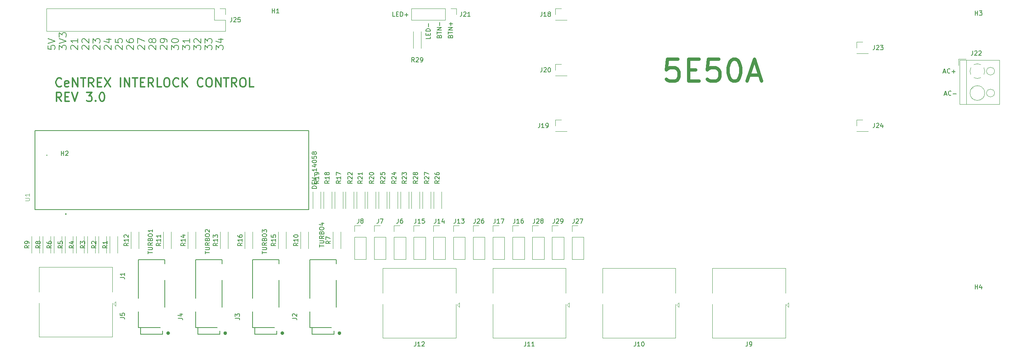
<source format=gto>
G04 #@! TF.GenerationSoftware,KiCad,Pcbnew,(5.1.4)-1*
G04 #@! TF.CreationDate,2019-10-21T16:42:35-04:00*
G04 #@! TF.ProjectId,relay_ctrl_lab,72656c61-795f-4637-9472-6c5f6c61622e,rev?*
G04 #@! TF.SameCoordinates,Original*
G04 #@! TF.FileFunction,Legend,Top*
G04 #@! TF.FilePolarity,Positive*
%FSLAX46Y46*%
G04 Gerber Fmt 4.6, Leading zero omitted, Abs format (unit mm)*
G04 Created by KiCad (PCBNEW (5.1.4)-1) date 2019-10-21 16:42:35*
%MOMM*%
%LPD*%
G04 APERTURE LIST*
%ADD10C,0.300000*%
%ADD11C,0.150000*%
%ADD12C,0.750000*%
%ADD13C,0.120000*%
%ADD14C,0.127000*%
%ADD15C,0.400000*%
%ADD16C,0.152400*%
%ADD17C,0.050000*%
G04 APERTURE END LIST*
D10*
X59726047Y-99394285D02*
X59630809Y-99489523D01*
X59345095Y-99584761D01*
X59154619Y-99584761D01*
X58868904Y-99489523D01*
X58678428Y-99299047D01*
X58583190Y-99108571D01*
X58487952Y-98727619D01*
X58487952Y-98441904D01*
X58583190Y-98060952D01*
X58678428Y-97870476D01*
X58868904Y-97680000D01*
X59154619Y-97584761D01*
X59345095Y-97584761D01*
X59630809Y-97680000D01*
X59726047Y-97775238D01*
X61345095Y-99489523D02*
X61154619Y-99584761D01*
X60773666Y-99584761D01*
X60583190Y-99489523D01*
X60487952Y-99299047D01*
X60487952Y-98537142D01*
X60583190Y-98346666D01*
X60773666Y-98251428D01*
X61154619Y-98251428D01*
X61345095Y-98346666D01*
X61440333Y-98537142D01*
X61440333Y-98727619D01*
X60487952Y-98918095D01*
X62297476Y-99584761D02*
X62297476Y-97584761D01*
X63440333Y-99584761D01*
X63440333Y-97584761D01*
X64107000Y-97584761D02*
X65249857Y-97584761D01*
X64678428Y-99584761D02*
X64678428Y-97584761D01*
X67059380Y-99584761D02*
X66392714Y-98632380D01*
X65916523Y-99584761D02*
X65916523Y-97584761D01*
X66678428Y-97584761D01*
X66868904Y-97680000D01*
X66964142Y-97775238D01*
X67059380Y-97965714D01*
X67059380Y-98251428D01*
X66964142Y-98441904D01*
X66868904Y-98537142D01*
X66678428Y-98632380D01*
X65916523Y-98632380D01*
X67916523Y-98537142D02*
X68583190Y-98537142D01*
X68868904Y-99584761D02*
X67916523Y-99584761D01*
X67916523Y-97584761D01*
X68868904Y-97584761D01*
X69535571Y-97584761D02*
X70868904Y-99584761D01*
X70868904Y-97584761D02*
X69535571Y-99584761D01*
X73154619Y-99584761D02*
X73154619Y-97584761D01*
X74107000Y-99584761D02*
X74107000Y-97584761D01*
X75249857Y-99584761D01*
X75249857Y-97584761D01*
X75916523Y-97584761D02*
X77059380Y-97584761D01*
X76487952Y-99584761D02*
X76487952Y-97584761D01*
X77726047Y-98537142D02*
X78392714Y-98537142D01*
X78678428Y-99584761D02*
X77726047Y-99584761D01*
X77726047Y-97584761D01*
X78678428Y-97584761D01*
X80678428Y-99584761D02*
X80011761Y-98632380D01*
X79535571Y-99584761D02*
X79535571Y-97584761D01*
X80297476Y-97584761D01*
X80487952Y-97680000D01*
X80583190Y-97775238D01*
X80678428Y-97965714D01*
X80678428Y-98251428D01*
X80583190Y-98441904D01*
X80487952Y-98537142D01*
X80297476Y-98632380D01*
X79535571Y-98632380D01*
X82487952Y-99584761D02*
X81535571Y-99584761D01*
X81535571Y-97584761D01*
X83535571Y-97584761D02*
X83916523Y-97584761D01*
X84107000Y-97680000D01*
X84297476Y-97870476D01*
X84392714Y-98251428D01*
X84392714Y-98918095D01*
X84297476Y-99299047D01*
X84107000Y-99489523D01*
X83916523Y-99584761D01*
X83535571Y-99584761D01*
X83345095Y-99489523D01*
X83154619Y-99299047D01*
X83059380Y-98918095D01*
X83059380Y-98251428D01*
X83154619Y-97870476D01*
X83345095Y-97680000D01*
X83535571Y-97584761D01*
X86392714Y-99394285D02*
X86297476Y-99489523D01*
X86011761Y-99584761D01*
X85821285Y-99584761D01*
X85535571Y-99489523D01*
X85345095Y-99299047D01*
X85249857Y-99108571D01*
X85154619Y-98727619D01*
X85154619Y-98441904D01*
X85249857Y-98060952D01*
X85345095Y-97870476D01*
X85535571Y-97680000D01*
X85821285Y-97584761D01*
X86011761Y-97584761D01*
X86297476Y-97680000D01*
X86392714Y-97775238D01*
X87249857Y-99584761D02*
X87249857Y-97584761D01*
X88392714Y-99584761D02*
X87535571Y-98441904D01*
X88392714Y-97584761D02*
X87249857Y-98727619D01*
X91916523Y-99394285D02*
X91821285Y-99489523D01*
X91535571Y-99584761D01*
X91345095Y-99584761D01*
X91059380Y-99489523D01*
X90868904Y-99299047D01*
X90773666Y-99108571D01*
X90678428Y-98727619D01*
X90678428Y-98441904D01*
X90773666Y-98060952D01*
X90868904Y-97870476D01*
X91059380Y-97680000D01*
X91345095Y-97584761D01*
X91535571Y-97584761D01*
X91821285Y-97680000D01*
X91916523Y-97775238D01*
X93154619Y-97584761D02*
X93535571Y-97584761D01*
X93726047Y-97680000D01*
X93916523Y-97870476D01*
X94011761Y-98251428D01*
X94011761Y-98918095D01*
X93916523Y-99299047D01*
X93726047Y-99489523D01*
X93535571Y-99584761D01*
X93154619Y-99584761D01*
X92964142Y-99489523D01*
X92773666Y-99299047D01*
X92678428Y-98918095D01*
X92678428Y-98251428D01*
X92773666Y-97870476D01*
X92964142Y-97680000D01*
X93154619Y-97584761D01*
X94868904Y-99584761D02*
X94868904Y-97584761D01*
X96011761Y-99584761D01*
X96011761Y-97584761D01*
X96678428Y-97584761D02*
X97821285Y-97584761D01*
X97249857Y-99584761D02*
X97249857Y-97584761D01*
X99630809Y-99584761D02*
X98964142Y-98632380D01*
X98487952Y-99584761D02*
X98487952Y-97584761D01*
X99249857Y-97584761D01*
X99440333Y-97680000D01*
X99535571Y-97775238D01*
X99630809Y-97965714D01*
X99630809Y-98251428D01*
X99535571Y-98441904D01*
X99440333Y-98537142D01*
X99249857Y-98632380D01*
X98487952Y-98632380D01*
X100868904Y-97584761D02*
X101249857Y-97584761D01*
X101440333Y-97680000D01*
X101630809Y-97870476D01*
X101726047Y-98251428D01*
X101726047Y-98918095D01*
X101630809Y-99299047D01*
X101440333Y-99489523D01*
X101249857Y-99584761D01*
X100868904Y-99584761D01*
X100678428Y-99489523D01*
X100487952Y-99299047D01*
X100392714Y-98918095D01*
X100392714Y-98251428D01*
X100487952Y-97870476D01*
X100678428Y-97680000D01*
X100868904Y-97584761D01*
X103535571Y-99584761D02*
X102583190Y-99584761D01*
X102583190Y-97584761D01*
X59726047Y-102884761D02*
X59059380Y-101932380D01*
X58583190Y-102884761D02*
X58583190Y-100884761D01*
X59345095Y-100884761D01*
X59535571Y-100980000D01*
X59630809Y-101075238D01*
X59726047Y-101265714D01*
X59726047Y-101551428D01*
X59630809Y-101741904D01*
X59535571Y-101837142D01*
X59345095Y-101932380D01*
X58583190Y-101932380D01*
X60583190Y-101837142D02*
X61249857Y-101837142D01*
X61535571Y-102884761D02*
X60583190Y-102884761D01*
X60583190Y-100884761D01*
X61535571Y-100884761D01*
X62107000Y-100884761D02*
X62773666Y-102884761D01*
X63440333Y-100884761D01*
X65440333Y-100884761D02*
X66678428Y-100884761D01*
X66011761Y-101646666D01*
X66297476Y-101646666D01*
X66487952Y-101741904D01*
X66583190Y-101837142D01*
X66678428Y-102027619D01*
X66678428Y-102503809D01*
X66583190Y-102694285D01*
X66487952Y-102789523D01*
X66297476Y-102884761D01*
X65726047Y-102884761D01*
X65535571Y-102789523D01*
X65440333Y-102694285D01*
X67535571Y-102694285D02*
X67630809Y-102789523D01*
X67535571Y-102884761D01*
X67440333Y-102789523D01*
X67535571Y-102694285D01*
X67535571Y-102884761D01*
X68868904Y-100884761D02*
X69059380Y-100884761D01*
X69249857Y-100980000D01*
X69345095Y-101075238D01*
X69440333Y-101265714D01*
X69535571Y-101646666D01*
X69535571Y-102122857D01*
X69440333Y-102503809D01*
X69345095Y-102694285D01*
X69249857Y-102789523D01*
X69059380Y-102884761D01*
X68868904Y-102884761D01*
X68678428Y-102789523D01*
X68583190Y-102694285D01*
X68487952Y-102503809D01*
X68392714Y-102122857D01*
X68392714Y-101646666D01*
X68487952Y-101265714D01*
X68583190Y-101075238D01*
X68678428Y-100980000D01*
X68868904Y-100884761D01*
D11*
X56706809Y-90199642D02*
X56706809Y-90961547D01*
X57468714Y-91037738D01*
X57392523Y-90961547D01*
X57316333Y-90809166D01*
X57316333Y-90428214D01*
X57392523Y-90275833D01*
X57468714Y-90199642D01*
X57621095Y-90123452D01*
X58002047Y-90123452D01*
X58154428Y-90199642D01*
X58230619Y-90275833D01*
X58306809Y-90428214D01*
X58306809Y-90809166D01*
X58230619Y-90961547D01*
X58154428Y-91037738D01*
X56706809Y-89666309D02*
X58306809Y-89132976D01*
X56706809Y-88599642D01*
X59256809Y-91113928D02*
X59256809Y-90123452D01*
X59866333Y-90656785D01*
X59866333Y-90428214D01*
X59942523Y-90275833D01*
X60018714Y-90199642D01*
X60171095Y-90123452D01*
X60552047Y-90123452D01*
X60704428Y-90199642D01*
X60780619Y-90275833D01*
X60856809Y-90428214D01*
X60856809Y-90885357D01*
X60780619Y-91037738D01*
X60704428Y-91113928D01*
X59256809Y-89666309D02*
X60856809Y-89132976D01*
X59256809Y-88599642D01*
X59256809Y-88218690D02*
X59256809Y-87228214D01*
X59866333Y-87761547D01*
X59866333Y-87532976D01*
X59942523Y-87380595D01*
X60018714Y-87304404D01*
X60171095Y-87228214D01*
X60552047Y-87228214D01*
X60704428Y-87304404D01*
X60780619Y-87380595D01*
X60856809Y-87532976D01*
X60856809Y-87990119D01*
X60780619Y-88142500D01*
X60704428Y-88218690D01*
X61959190Y-91037738D02*
X61883000Y-90961547D01*
X61806809Y-90809166D01*
X61806809Y-90428214D01*
X61883000Y-90275833D01*
X61959190Y-90199642D01*
X62111571Y-90123452D01*
X62263952Y-90123452D01*
X62492523Y-90199642D01*
X63406809Y-91113928D01*
X63406809Y-90123452D01*
X63406809Y-88599642D02*
X63406809Y-89513928D01*
X63406809Y-89056785D02*
X61806809Y-89056785D01*
X62035380Y-89209166D01*
X62187761Y-89361547D01*
X62263952Y-89513928D01*
X64509190Y-91037738D02*
X64433000Y-90961547D01*
X64356809Y-90809166D01*
X64356809Y-90428214D01*
X64433000Y-90275833D01*
X64509190Y-90199642D01*
X64661571Y-90123452D01*
X64813952Y-90123452D01*
X65042523Y-90199642D01*
X65956809Y-91113928D01*
X65956809Y-90123452D01*
X64509190Y-89513928D02*
X64433000Y-89437738D01*
X64356809Y-89285357D01*
X64356809Y-88904404D01*
X64433000Y-88752023D01*
X64509190Y-88675833D01*
X64661571Y-88599642D01*
X64813952Y-88599642D01*
X65042523Y-88675833D01*
X65956809Y-89590119D01*
X65956809Y-88599642D01*
X67059190Y-91037738D02*
X66983000Y-90961547D01*
X66906809Y-90809166D01*
X66906809Y-90428214D01*
X66983000Y-90275833D01*
X67059190Y-90199642D01*
X67211571Y-90123452D01*
X67363952Y-90123452D01*
X67592523Y-90199642D01*
X68506809Y-91113928D01*
X68506809Y-90123452D01*
X66906809Y-89590119D02*
X66906809Y-88599642D01*
X67516333Y-89132976D01*
X67516333Y-88904404D01*
X67592523Y-88752023D01*
X67668714Y-88675833D01*
X67821095Y-88599642D01*
X68202047Y-88599642D01*
X68354428Y-88675833D01*
X68430619Y-88752023D01*
X68506809Y-88904404D01*
X68506809Y-89361547D01*
X68430619Y-89513928D01*
X68354428Y-89590119D01*
X69609190Y-91037738D02*
X69533000Y-90961547D01*
X69456809Y-90809166D01*
X69456809Y-90428214D01*
X69533000Y-90275833D01*
X69609190Y-90199642D01*
X69761571Y-90123452D01*
X69913952Y-90123452D01*
X70142523Y-90199642D01*
X71056809Y-91113928D01*
X71056809Y-90123452D01*
X69990142Y-88752023D02*
X71056809Y-88752023D01*
X69380619Y-89132976D02*
X70523476Y-89513928D01*
X70523476Y-88523452D01*
X72159190Y-91037738D02*
X72083000Y-90961547D01*
X72006809Y-90809166D01*
X72006809Y-90428214D01*
X72083000Y-90275833D01*
X72159190Y-90199642D01*
X72311571Y-90123452D01*
X72463952Y-90123452D01*
X72692523Y-90199642D01*
X73606809Y-91113928D01*
X73606809Y-90123452D01*
X72006809Y-88675833D02*
X72006809Y-89437738D01*
X72768714Y-89513928D01*
X72692523Y-89437738D01*
X72616333Y-89285357D01*
X72616333Y-88904404D01*
X72692523Y-88752023D01*
X72768714Y-88675833D01*
X72921095Y-88599642D01*
X73302047Y-88599642D01*
X73454428Y-88675833D01*
X73530619Y-88752023D01*
X73606809Y-88904404D01*
X73606809Y-89285357D01*
X73530619Y-89437738D01*
X73454428Y-89513928D01*
X74709190Y-91037738D02*
X74633000Y-90961547D01*
X74556809Y-90809166D01*
X74556809Y-90428214D01*
X74633000Y-90275833D01*
X74709190Y-90199642D01*
X74861571Y-90123452D01*
X75013952Y-90123452D01*
X75242523Y-90199642D01*
X76156809Y-91113928D01*
X76156809Y-90123452D01*
X74556809Y-88752023D02*
X74556809Y-89056785D01*
X74633000Y-89209166D01*
X74709190Y-89285357D01*
X74937761Y-89437738D01*
X75242523Y-89513928D01*
X75852047Y-89513928D01*
X76004428Y-89437738D01*
X76080619Y-89361547D01*
X76156809Y-89209166D01*
X76156809Y-88904404D01*
X76080619Y-88752023D01*
X76004428Y-88675833D01*
X75852047Y-88599642D01*
X75471095Y-88599642D01*
X75318714Y-88675833D01*
X75242523Y-88752023D01*
X75166333Y-88904404D01*
X75166333Y-89209166D01*
X75242523Y-89361547D01*
X75318714Y-89437738D01*
X75471095Y-89513928D01*
X77259190Y-91037738D02*
X77183000Y-90961547D01*
X77106809Y-90809166D01*
X77106809Y-90428214D01*
X77183000Y-90275833D01*
X77259190Y-90199642D01*
X77411571Y-90123452D01*
X77563952Y-90123452D01*
X77792523Y-90199642D01*
X78706809Y-91113928D01*
X78706809Y-90123452D01*
X77106809Y-89590119D02*
X77106809Y-88523452D01*
X78706809Y-89209166D01*
X79809190Y-91037738D02*
X79733000Y-90961547D01*
X79656809Y-90809166D01*
X79656809Y-90428214D01*
X79733000Y-90275833D01*
X79809190Y-90199642D01*
X79961571Y-90123452D01*
X80113952Y-90123452D01*
X80342523Y-90199642D01*
X81256809Y-91113928D01*
X81256809Y-90123452D01*
X80342523Y-89209166D02*
X80266333Y-89361547D01*
X80190142Y-89437738D01*
X80037761Y-89513928D01*
X79961571Y-89513928D01*
X79809190Y-89437738D01*
X79733000Y-89361547D01*
X79656809Y-89209166D01*
X79656809Y-88904404D01*
X79733000Y-88752023D01*
X79809190Y-88675833D01*
X79961571Y-88599642D01*
X80037761Y-88599642D01*
X80190142Y-88675833D01*
X80266333Y-88752023D01*
X80342523Y-88904404D01*
X80342523Y-89209166D01*
X80418714Y-89361547D01*
X80494904Y-89437738D01*
X80647285Y-89513928D01*
X80952047Y-89513928D01*
X81104428Y-89437738D01*
X81180619Y-89361547D01*
X81256809Y-89209166D01*
X81256809Y-88904404D01*
X81180619Y-88752023D01*
X81104428Y-88675833D01*
X80952047Y-88599642D01*
X80647285Y-88599642D01*
X80494904Y-88675833D01*
X80418714Y-88752023D01*
X80342523Y-88904404D01*
X82359190Y-91037738D02*
X82283000Y-90961547D01*
X82206809Y-90809166D01*
X82206809Y-90428214D01*
X82283000Y-90275833D01*
X82359190Y-90199642D01*
X82511571Y-90123452D01*
X82663952Y-90123452D01*
X82892523Y-90199642D01*
X83806809Y-91113928D01*
X83806809Y-90123452D01*
X83806809Y-89361547D02*
X83806809Y-89056785D01*
X83730619Y-88904404D01*
X83654428Y-88828214D01*
X83425857Y-88675833D01*
X83121095Y-88599642D01*
X82511571Y-88599642D01*
X82359190Y-88675833D01*
X82283000Y-88752023D01*
X82206809Y-88904404D01*
X82206809Y-89209166D01*
X82283000Y-89361547D01*
X82359190Y-89437738D01*
X82511571Y-89513928D01*
X82892523Y-89513928D01*
X83044904Y-89437738D01*
X83121095Y-89361547D01*
X83197285Y-89209166D01*
X83197285Y-88904404D01*
X83121095Y-88752023D01*
X83044904Y-88675833D01*
X82892523Y-88599642D01*
X84756809Y-91113928D02*
X84756809Y-90123452D01*
X85366333Y-90656785D01*
X85366333Y-90428214D01*
X85442523Y-90275833D01*
X85518714Y-90199642D01*
X85671095Y-90123452D01*
X86052047Y-90123452D01*
X86204428Y-90199642D01*
X86280619Y-90275833D01*
X86356809Y-90428214D01*
X86356809Y-90885357D01*
X86280619Y-91037738D01*
X86204428Y-91113928D01*
X84756809Y-89132976D02*
X84756809Y-88980595D01*
X84833000Y-88828214D01*
X84909190Y-88752023D01*
X85061571Y-88675833D01*
X85366333Y-88599642D01*
X85747285Y-88599642D01*
X86052047Y-88675833D01*
X86204428Y-88752023D01*
X86280619Y-88828214D01*
X86356809Y-88980595D01*
X86356809Y-89132976D01*
X86280619Y-89285357D01*
X86204428Y-89361547D01*
X86052047Y-89437738D01*
X85747285Y-89513928D01*
X85366333Y-89513928D01*
X85061571Y-89437738D01*
X84909190Y-89361547D01*
X84833000Y-89285357D01*
X84756809Y-89132976D01*
X87306809Y-91113928D02*
X87306809Y-90123452D01*
X87916333Y-90656785D01*
X87916333Y-90428214D01*
X87992523Y-90275833D01*
X88068714Y-90199642D01*
X88221095Y-90123452D01*
X88602047Y-90123452D01*
X88754428Y-90199642D01*
X88830619Y-90275833D01*
X88906809Y-90428214D01*
X88906809Y-90885357D01*
X88830619Y-91037738D01*
X88754428Y-91113928D01*
X88906809Y-88599642D02*
X88906809Y-89513928D01*
X88906809Y-89056785D02*
X87306809Y-89056785D01*
X87535380Y-89209166D01*
X87687761Y-89361547D01*
X87763952Y-89513928D01*
X89856809Y-91113928D02*
X89856809Y-90123452D01*
X90466333Y-90656785D01*
X90466333Y-90428214D01*
X90542523Y-90275833D01*
X90618714Y-90199642D01*
X90771095Y-90123452D01*
X91152047Y-90123452D01*
X91304428Y-90199642D01*
X91380619Y-90275833D01*
X91456809Y-90428214D01*
X91456809Y-90885357D01*
X91380619Y-91037738D01*
X91304428Y-91113928D01*
X90009190Y-89513928D02*
X89933000Y-89437738D01*
X89856809Y-89285357D01*
X89856809Y-88904404D01*
X89933000Y-88752023D01*
X90009190Y-88675833D01*
X90161571Y-88599642D01*
X90313952Y-88599642D01*
X90542523Y-88675833D01*
X91456809Y-89590119D01*
X91456809Y-88599642D01*
X92406809Y-91113928D02*
X92406809Y-90123452D01*
X93016333Y-90656785D01*
X93016333Y-90428214D01*
X93092523Y-90275833D01*
X93168714Y-90199642D01*
X93321095Y-90123452D01*
X93702047Y-90123452D01*
X93854428Y-90199642D01*
X93930619Y-90275833D01*
X94006809Y-90428214D01*
X94006809Y-90885357D01*
X93930619Y-91037738D01*
X93854428Y-91113928D01*
X92406809Y-89590119D02*
X92406809Y-88599642D01*
X93016333Y-89132976D01*
X93016333Y-88904404D01*
X93092523Y-88752023D01*
X93168714Y-88675833D01*
X93321095Y-88599642D01*
X93702047Y-88599642D01*
X93854428Y-88675833D01*
X93930619Y-88752023D01*
X94006809Y-88904404D01*
X94006809Y-89361547D01*
X93930619Y-89513928D01*
X93854428Y-89590119D01*
X94956809Y-91113928D02*
X94956809Y-90123452D01*
X95566333Y-90656785D01*
X95566333Y-90428214D01*
X95642523Y-90275833D01*
X95718714Y-90199642D01*
X95871095Y-90123452D01*
X96252047Y-90123452D01*
X96404428Y-90199642D01*
X96480619Y-90275833D01*
X96556809Y-90428214D01*
X96556809Y-90885357D01*
X96480619Y-91037738D01*
X96404428Y-91113928D01*
X95490142Y-88752023D02*
X96556809Y-88752023D01*
X94880619Y-89132976D02*
X96023476Y-89513928D01*
X96023476Y-88523452D01*
X260770857Y-101258666D02*
X261247047Y-101258666D01*
X260675619Y-101544380D02*
X261008952Y-100544380D01*
X261342285Y-101544380D01*
X262247047Y-101449142D02*
X262199428Y-101496761D01*
X262056571Y-101544380D01*
X261961333Y-101544380D01*
X261818476Y-101496761D01*
X261723238Y-101401523D01*
X261675619Y-101306285D01*
X261628000Y-101115809D01*
X261628000Y-100972952D01*
X261675619Y-100782476D01*
X261723238Y-100687238D01*
X261818476Y-100592000D01*
X261961333Y-100544380D01*
X262056571Y-100544380D01*
X262199428Y-100592000D01*
X262247047Y-100639619D01*
X262675619Y-101163428D02*
X263437523Y-101163428D01*
X260516857Y-96178666D02*
X260993047Y-96178666D01*
X260421619Y-96464380D02*
X260754952Y-95464380D01*
X261088285Y-96464380D01*
X261993047Y-96369142D02*
X261945428Y-96416761D01*
X261802571Y-96464380D01*
X261707333Y-96464380D01*
X261564476Y-96416761D01*
X261469238Y-96321523D01*
X261421619Y-96226285D01*
X261374000Y-96035809D01*
X261374000Y-95892952D01*
X261421619Y-95702476D01*
X261469238Y-95607238D01*
X261564476Y-95512000D01*
X261707333Y-95464380D01*
X261802571Y-95464380D01*
X261945428Y-95512000D01*
X261993047Y-95559619D01*
X262421619Y-96083428D02*
X263183523Y-96083428D01*
X262802571Y-96464380D02*
X262802571Y-95702476D01*
X135644095Y-83510380D02*
X135167904Y-83510380D01*
X135167904Y-82510380D01*
X135977428Y-82986571D02*
X136310761Y-82986571D01*
X136453619Y-83510380D02*
X135977428Y-83510380D01*
X135977428Y-82510380D01*
X136453619Y-82510380D01*
X136882190Y-83510380D02*
X136882190Y-82510380D01*
X137120285Y-82510380D01*
X137263142Y-82558000D01*
X137358380Y-82653238D01*
X137406000Y-82748476D01*
X137453619Y-82938952D01*
X137453619Y-83081809D01*
X137406000Y-83272285D01*
X137358380Y-83367523D01*
X137263142Y-83462761D01*
X137120285Y-83510380D01*
X136882190Y-83510380D01*
X137882190Y-83129428D02*
X138644095Y-83129428D01*
X138263142Y-83510380D02*
X138263142Y-82748476D01*
X143708380Y-88129904D02*
X143708380Y-88606095D01*
X142708380Y-88606095D01*
X143184571Y-87796571D02*
X143184571Y-87463238D01*
X143708380Y-87320380D02*
X143708380Y-87796571D01*
X142708380Y-87796571D01*
X142708380Y-87320380D01*
X143708380Y-86891809D02*
X142708380Y-86891809D01*
X142708380Y-86653714D01*
X142756000Y-86510857D01*
X142851238Y-86415619D01*
X142946476Y-86368000D01*
X143136952Y-86320380D01*
X143279809Y-86320380D01*
X143470285Y-86368000D01*
X143565523Y-86415619D01*
X143660761Y-86510857D01*
X143708380Y-86653714D01*
X143708380Y-86891809D01*
X143327428Y-85891809D02*
X143327428Y-85129904D01*
X145724571Y-88066380D02*
X145772190Y-87923523D01*
X145819809Y-87875904D01*
X145915047Y-87828285D01*
X146057904Y-87828285D01*
X146153142Y-87875904D01*
X146200761Y-87923523D01*
X146248380Y-88018761D01*
X146248380Y-88399714D01*
X145248380Y-88399714D01*
X145248380Y-88066380D01*
X145296000Y-87971142D01*
X145343619Y-87923523D01*
X145438857Y-87875904D01*
X145534095Y-87875904D01*
X145629333Y-87923523D01*
X145676952Y-87971142D01*
X145724571Y-88066380D01*
X145724571Y-88399714D01*
X145248380Y-87542571D02*
X145248380Y-86971142D01*
X146248380Y-87256857D02*
X145248380Y-87256857D01*
X146248380Y-86637809D02*
X145248380Y-86637809D01*
X146248380Y-86066380D01*
X145248380Y-86066380D01*
X145867428Y-85590190D02*
X145867428Y-84828285D01*
X148264571Y-88066380D02*
X148312190Y-87923523D01*
X148359809Y-87875904D01*
X148455047Y-87828285D01*
X148597904Y-87828285D01*
X148693142Y-87875904D01*
X148740761Y-87923523D01*
X148788380Y-88018761D01*
X148788380Y-88399714D01*
X147788380Y-88399714D01*
X147788380Y-88066380D01*
X147836000Y-87971142D01*
X147883619Y-87923523D01*
X147978857Y-87875904D01*
X148074095Y-87875904D01*
X148169333Y-87923523D01*
X148216952Y-87971142D01*
X148264571Y-88066380D01*
X148264571Y-88399714D01*
X147788380Y-87542571D02*
X147788380Y-86971142D01*
X148788380Y-87256857D02*
X147788380Y-87256857D01*
X148788380Y-86637809D02*
X147788380Y-86637809D01*
X148788380Y-86066380D01*
X147788380Y-86066380D01*
X148407428Y-85590190D02*
X148407428Y-84828285D01*
X148788380Y-85209238D02*
X148026476Y-85209238D01*
D12*
X200049809Y-93273904D02*
X197668857Y-93273904D01*
X197430761Y-95654857D01*
X197668857Y-95416761D01*
X198145047Y-95178666D01*
X199335523Y-95178666D01*
X199811714Y-95416761D01*
X200049809Y-95654857D01*
X200287904Y-96131047D01*
X200287904Y-97321523D01*
X200049809Y-97797714D01*
X199811714Y-98035809D01*
X199335523Y-98273904D01*
X198145047Y-98273904D01*
X197668857Y-98035809D01*
X197430761Y-97797714D01*
X202430761Y-95654857D02*
X204097428Y-95654857D01*
X204811714Y-98273904D02*
X202430761Y-98273904D01*
X202430761Y-93273904D01*
X204811714Y-93273904D01*
X209335523Y-93273904D02*
X206954571Y-93273904D01*
X206716476Y-95654857D01*
X206954571Y-95416761D01*
X207430761Y-95178666D01*
X208621238Y-95178666D01*
X209097428Y-95416761D01*
X209335523Y-95654857D01*
X209573619Y-96131047D01*
X209573619Y-97321523D01*
X209335523Y-97797714D01*
X209097428Y-98035809D01*
X208621238Y-98273904D01*
X207430761Y-98273904D01*
X206954571Y-98035809D01*
X206716476Y-97797714D01*
X212668857Y-93273904D02*
X213145047Y-93273904D01*
X213621238Y-93512000D01*
X213859333Y-93750095D01*
X214097428Y-94226285D01*
X214335523Y-95178666D01*
X214335523Y-96369142D01*
X214097428Y-97321523D01*
X213859333Y-97797714D01*
X213621238Y-98035809D01*
X213145047Y-98273904D01*
X212668857Y-98273904D01*
X212192666Y-98035809D01*
X211954571Y-97797714D01*
X211716476Y-97321523D01*
X211478380Y-96369142D01*
X211478380Y-95178666D01*
X211716476Y-94226285D01*
X211954571Y-93750095D01*
X212192666Y-93512000D01*
X212668857Y-93273904D01*
X216240285Y-96845333D02*
X218621238Y-96845333D01*
X215764095Y-98273904D02*
X217430761Y-93273904D01*
X219097428Y-98273904D01*
D13*
X171432000Y-131258000D02*
X172762000Y-131258000D01*
X171432000Y-132588000D02*
X171432000Y-131258000D01*
X171432000Y-133858000D02*
X174092000Y-133858000D01*
X174092000Y-133858000D02*
X174092000Y-138998000D01*
X171432000Y-133858000D02*
X171432000Y-138998000D01*
X171432000Y-138998000D02*
X174092000Y-138998000D01*
X166932000Y-131258000D02*
X168262000Y-131258000D01*
X166932000Y-132588000D02*
X166932000Y-131258000D01*
X166932000Y-133858000D02*
X169592000Y-133858000D01*
X169592000Y-133858000D02*
X169592000Y-138998000D01*
X166932000Y-133858000D02*
X166932000Y-138998000D01*
X166932000Y-138998000D02*
X169592000Y-138998000D01*
X175932000Y-131258000D02*
X177262000Y-131258000D01*
X175932000Y-132588000D02*
X175932000Y-131258000D01*
X175932000Y-133858000D02*
X178592000Y-133858000D01*
X178592000Y-133858000D02*
X178592000Y-138998000D01*
X175932000Y-133858000D02*
X175932000Y-138998000D01*
X175932000Y-138998000D02*
X178592000Y-138998000D01*
X153432000Y-131258000D02*
X154762000Y-131258000D01*
X153432000Y-132588000D02*
X153432000Y-131258000D01*
X153432000Y-133858000D02*
X156092000Y-133858000D01*
X156092000Y-133858000D02*
X156092000Y-138998000D01*
X153432000Y-133858000D02*
X153432000Y-138998000D01*
X153432000Y-138998000D02*
X156092000Y-138998000D01*
X157932000Y-131258000D02*
X159262000Y-131258000D01*
X157932000Y-132588000D02*
X157932000Y-131258000D01*
X157932000Y-133858000D02*
X160592000Y-133858000D01*
X160592000Y-133858000D02*
X160592000Y-138998000D01*
X157932000Y-133858000D02*
X157932000Y-138998000D01*
X157932000Y-138998000D02*
X160592000Y-138998000D01*
X162432000Y-131258000D02*
X163762000Y-131258000D01*
X162432000Y-132588000D02*
X162432000Y-131258000D01*
X162432000Y-133858000D02*
X165092000Y-133858000D01*
X165092000Y-133858000D02*
X165092000Y-138998000D01*
X162432000Y-133858000D02*
X162432000Y-138998000D01*
X162432000Y-138998000D02*
X165092000Y-138998000D01*
X139932000Y-131258000D02*
X141262000Y-131258000D01*
X139932000Y-132588000D02*
X139932000Y-131258000D01*
X139932000Y-133858000D02*
X142592000Y-133858000D01*
X142592000Y-133858000D02*
X142592000Y-138998000D01*
X139932000Y-133858000D02*
X139932000Y-138998000D01*
X139932000Y-138998000D02*
X142592000Y-138998000D01*
X144432000Y-131258000D02*
X145762000Y-131258000D01*
X144432000Y-132588000D02*
X144432000Y-131258000D01*
X144432000Y-133858000D02*
X147092000Y-133858000D01*
X147092000Y-133858000D02*
X147092000Y-138998000D01*
X144432000Y-133858000D02*
X144432000Y-138998000D01*
X144432000Y-138998000D02*
X147092000Y-138998000D01*
X148932000Y-131258000D02*
X150262000Y-131258000D01*
X148932000Y-132588000D02*
X148932000Y-131258000D01*
X148932000Y-133858000D02*
X151592000Y-133858000D01*
X151592000Y-133858000D02*
X151592000Y-138998000D01*
X148932000Y-133858000D02*
X148932000Y-138998000D01*
X148932000Y-138998000D02*
X151592000Y-138998000D01*
X126432000Y-131258000D02*
X127762000Y-131258000D01*
X126432000Y-132588000D02*
X126432000Y-131258000D01*
X126432000Y-133858000D02*
X129092000Y-133858000D01*
X129092000Y-133858000D02*
X129092000Y-138998000D01*
X126432000Y-133858000D02*
X126432000Y-138998000D01*
X126432000Y-138998000D02*
X129092000Y-138998000D01*
X130932000Y-131258000D02*
X132262000Y-131258000D01*
X130932000Y-132588000D02*
X130932000Y-131258000D01*
X130932000Y-133858000D02*
X133592000Y-133858000D01*
X133592000Y-133858000D02*
X133592000Y-138998000D01*
X130932000Y-133858000D02*
X130932000Y-138998000D01*
X130932000Y-138998000D02*
X133592000Y-138998000D01*
X135432000Y-131258000D02*
X136762000Y-131258000D01*
X135432000Y-132588000D02*
X135432000Y-131258000D01*
X135432000Y-133858000D02*
X138092000Y-133858000D01*
X138092000Y-133858000D02*
X138092000Y-138998000D01*
X135432000Y-133858000D02*
X135432000Y-138998000D01*
X135432000Y-138998000D02*
X138092000Y-138998000D01*
X141276000Y-127396000D02*
X141276000Y-123556000D01*
X139436000Y-127396000D02*
X139436000Y-123556000D01*
X143776000Y-127396000D02*
X143776000Y-123556000D01*
X141936000Y-127396000D02*
X141936000Y-123556000D01*
X146276000Y-127396000D02*
X146276000Y-123556000D01*
X144436000Y-127396000D02*
X144436000Y-123556000D01*
X133776000Y-127396000D02*
X133776000Y-123556000D01*
X131936000Y-127396000D02*
X131936000Y-123556000D01*
X136276000Y-127396000D02*
X136276000Y-123556000D01*
X134436000Y-127396000D02*
X134436000Y-123556000D01*
X138776000Y-127396000D02*
X138776000Y-123556000D01*
X136936000Y-127396000D02*
X136936000Y-123556000D01*
X126276000Y-127396000D02*
X126276000Y-123556000D01*
X124436000Y-127396000D02*
X124436000Y-123556000D01*
X128776000Y-127396000D02*
X128776000Y-123556000D01*
X126936000Y-127396000D02*
X126936000Y-123556000D01*
X131276000Y-127396000D02*
X131276000Y-123556000D01*
X129436000Y-127396000D02*
X129436000Y-123556000D01*
X118776000Y-127396000D02*
X118776000Y-123556000D01*
X116936000Y-127396000D02*
X116936000Y-123556000D01*
X121276000Y-127396000D02*
X121276000Y-123556000D01*
X119436000Y-127396000D02*
X119436000Y-123556000D01*
X123776000Y-127396000D02*
X123776000Y-123556000D01*
X121936000Y-127396000D02*
X121936000Y-123556000D01*
X150280000Y-149844000D02*
X149780000Y-149344000D01*
X150280000Y-148844000D02*
X150280000Y-149844000D01*
X149780000Y-149344000D02*
X150280000Y-148844000D01*
X132900000Y-141029000D02*
X132900000Y-146704000D01*
X149540000Y-141029000D02*
X149540000Y-146704000D01*
X149540000Y-141029000D02*
X132900000Y-141029000D01*
X132900000Y-156909000D02*
X132900000Y-149204000D01*
X149540000Y-156909000D02*
X149540000Y-149204000D01*
X149540000Y-156909000D02*
X132900000Y-156909000D01*
X175280000Y-149844000D02*
X174780000Y-149344000D01*
X175280000Y-148844000D02*
X175280000Y-149844000D01*
X174780000Y-149344000D02*
X175280000Y-148844000D01*
X157900000Y-141029000D02*
X157900000Y-146704000D01*
X174540000Y-141029000D02*
X174540000Y-146704000D01*
X174540000Y-141029000D02*
X157900000Y-141029000D01*
X157900000Y-156909000D02*
X157900000Y-149204000D01*
X174540000Y-156909000D02*
X174540000Y-149204000D01*
X174540000Y-156909000D02*
X157900000Y-156909000D01*
X200280000Y-149844000D02*
X199780000Y-149344000D01*
X200280000Y-148844000D02*
X200280000Y-149844000D01*
X199780000Y-149344000D02*
X200280000Y-148844000D01*
X182900000Y-141029000D02*
X182900000Y-146704000D01*
X199540000Y-141029000D02*
X199540000Y-146704000D01*
X199540000Y-141029000D02*
X182900000Y-141029000D01*
X182900000Y-156909000D02*
X182900000Y-149204000D01*
X199540000Y-156909000D02*
X199540000Y-149204000D01*
X199540000Y-156909000D02*
X182900000Y-156909000D01*
X225280000Y-149844000D02*
X224780000Y-149344000D01*
X225280000Y-148844000D02*
X225280000Y-149844000D01*
X224780000Y-149344000D02*
X225280000Y-148844000D01*
X207900000Y-141029000D02*
X207900000Y-146704000D01*
X224540000Y-141029000D02*
X224540000Y-146704000D01*
X224540000Y-141029000D02*
X207900000Y-141029000D01*
X207900000Y-156909000D02*
X207900000Y-149204000D01*
X224540000Y-156909000D02*
X224540000Y-149204000D01*
X224540000Y-156909000D02*
X207900000Y-156909000D01*
D14*
X77264000Y-139062000D02*
X83264000Y-139062000D01*
D15*
X84214000Y-155812000D02*
G75*
G03X84214000Y-155812000I-200000J0D01*
G01*
D14*
X77264000Y-139062000D02*
X77264000Y-147862000D01*
X83264000Y-140012000D02*
X83264000Y-139062000D01*
X83264000Y-149862000D02*
X83264000Y-143662000D01*
X82764000Y-156062000D02*
X82764000Y-155262000D01*
X77764000Y-156062000D02*
X82764000Y-156062000D01*
X77764000Y-154562000D02*
X77764000Y-156062000D01*
X77764000Y-154562000D02*
X82214000Y-154562000D01*
X77264000Y-154562000D02*
X77764000Y-154562000D01*
X77264000Y-150862000D02*
X77264000Y-154562000D01*
X103264000Y-139062000D02*
X109264000Y-139062000D01*
D15*
X110214000Y-155812000D02*
G75*
G03X110214000Y-155812000I-200000J0D01*
G01*
D14*
X103264000Y-139062000D02*
X103264000Y-147862000D01*
X109264000Y-140012000D02*
X109264000Y-139062000D01*
X109264000Y-149862000D02*
X109264000Y-143662000D01*
X108764000Y-156062000D02*
X108764000Y-155262000D01*
X103764000Y-156062000D02*
X108764000Y-156062000D01*
X103764000Y-154562000D02*
X103764000Y-156062000D01*
X103764000Y-154562000D02*
X108214000Y-154562000D01*
X103264000Y-154562000D02*
X103764000Y-154562000D01*
X103264000Y-150862000D02*
X103264000Y-154562000D01*
X90264000Y-139062000D02*
X96264000Y-139062000D01*
D15*
X97214000Y-155812000D02*
G75*
G03X97214000Y-155812000I-200000J0D01*
G01*
D14*
X90264000Y-139062000D02*
X90264000Y-147862000D01*
X96264000Y-140012000D02*
X96264000Y-139062000D01*
X96264000Y-149862000D02*
X96264000Y-143662000D01*
X95764000Y-156062000D02*
X95764000Y-155262000D01*
X90764000Y-156062000D02*
X95764000Y-156062000D01*
X90764000Y-154562000D02*
X90764000Y-156062000D01*
X90764000Y-154562000D02*
X95214000Y-154562000D01*
X90264000Y-154562000D02*
X90764000Y-154562000D01*
X90264000Y-150862000D02*
X90264000Y-154562000D01*
X116264000Y-139062000D02*
X122264000Y-139062000D01*
D15*
X123214000Y-155812000D02*
G75*
G03X123214000Y-155812000I-200000J0D01*
G01*
D14*
X116264000Y-139062000D02*
X116264000Y-147862000D01*
X122264000Y-140012000D02*
X122264000Y-139062000D01*
X122264000Y-149862000D02*
X122264000Y-143662000D01*
X121764000Y-156062000D02*
X121764000Y-155262000D01*
X116764000Y-156062000D02*
X121764000Y-156062000D01*
X116764000Y-154562000D02*
X116764000Y-156062000D01*
X116764000Y-154562000D02*
X121214000Y-154562000D01*
X116264000Y-154562000D02*
X116764000Y-154562000D01*
X116264000Y-150862000D02*
X116264000Y-154562000D01*
D13*
X90328000Y-136540000D02*
X90328000Y-132700000D01*
X88488000Y-136540000D02*
X88488000Y-132700000D01*
X115982000Y-136540000D02*
X115982000Y-132700000D01*
X114142000Y-136540000D02*
X114142000Y-132700000D01*
X110902000Y-136540000D02*
X110902000Y-132700000D01*
X109062000Y-136540000D02*
X109062000Y-132700000D01*
X123348000Y-136540000D02*
X123348000Y-132700000D01*
X121508000Y-136540000D02*
X121508000Y-132700000D01*
X97694000Y-136540000D02*
X97694000Y-132700000D01*
X95854000Y-136540000D02*
X95854000Y-132700000D01*
X103282000Y-136540000D02*
X103282000Y-132700000D01*
X101442000Y-136540000D02*
X101442000Y-132700000D01*
X84740000Y-136540000D02*
X84740000Y-132700000D01*
X82900000Y-136540000D02*
X82900000Y-132700000D01*
D16*
X56436000Y-115218000D02*
X56436000Y-115118000D01*
X60877420Y-128618000D02*
G75*
G03X60877420Y-128618000I-141420J0D01*
G01*
D14*
X53686000Y-109618000D02*
X53686000Y-127618000D01*
X115986000Y-109618000D02*
X53686000Y-109618000D01*
X115986000Y-127618000D02*
X115986000Y-109618000D01*
X53686000Y-127618000D02*
X115986000Y-127618000D01*
D13*
X97088000Y-81728000D02*
X97088000Y-83058000D01*
X95758000Y-81728000D02*
X97088000Y-81728000D01*
X97088000Y-84328000D02*
X97088000Y-86928000D01*
X94488000Y-84328000D02*
X97088000Y-84328000D01*
X94488000Y-81728000D02*
X94488000Y-84328000D01*
X97088000Y-86928000D02*
X56328000Y-86928000D01*
X94488000Y-81728000D02*
X56328000Y-81728000D01*
X56328000Y-81728000D02*
X56328000Y-86928000D01*
X263924000Y-93212000D02*
X263924000Y-94712000D01*
X265664000Y-93212000D02*
X263924000Y-93212000D01*
X267248000Y-99832000D02*
X267155000Y-99738000D01*
X269499000Y-102082000D02*
X269440000Y-102023000D01*
X267008000Y-100002000D02*
X266950000Y-99943000D01*
X269293000Y-102287000D02*
X269200000Y-102193000D01*
X273284000Y-103572000D02*
X264164000Y-103572000D01*
X273284000Y-93452000D02*
X264164000Y-93452000D01*
X264164000Y-93452000D02*
X264164000Y-103572000D01*
X273284000Y-93452000D02*
X273284000Y-103572000D01*
X265724000Y-93452000D02*
X265724000Y-103572000D01*
X272124000Y-101012000D02*
G75*
G03X272124000Y-101012000I-900000J0D01*
G01*
X269904000Y-101012000D02*
G75*
G03X269904000Y-101012000I-1680000J0D01*
G01*
X272124000Y-96012000D02*
G75*
G03X272124000Y-96012000I-900000J0D01*
G01*
X266543550Y-96041383D02*
G75*
G02X266740000Y-95223000I1680450J29383D01*
G01*
X267434912Y-94528047D02*
G75*
G02X269013000Y-94528000I789088J-1483953D01*
G01*
X269707953Y-95222912D02*
G75*
G02X269708000Y-96801000I-1483953J-789088D01*
G01*
X269013088Y-97495953D02*
G75*
G02X267435000Y-97496000I-789088J1483953D01*
G01*
X266740648Y-96800712D02*
G75*
G02X266544000Y-96012000I1483352J788712D01*
G01*
X139796000Y-86980000D02*
X139796000Y-90820000D01*
X141636000Y-86980000D02*
X141636000Y-90820000D01*
X240732000Y-107128000D02*
X242062000Y-107128000D01*
X240732000Y-108458000D02*
X240732000Y-107128000D01*
X240732000Y-109728000D02*
X243392000Y-109728000D01*
X243392000Y-109728000D02*
X243392000Y-109788000D01*
X240732000Y-109728000D02*
X240732000Y-109788000D01*
X240732000Y-109788000D02*
X243392000Y-109788000D01*
X240732000Y-89348000D02*
X242062000Y-89348000D01*
X240732000Y-90678000D02*
X240732000Y-89348000D01*
X240732000Y-91948000D02*
X243392000Y-91948000D01*
X243392000Y-91948000D02*
X243392000Y-92008000D01*
X240732000Y-91948000D02*
X240732000Y-92008000D01*
X240732000Y-92008000D02*
X243392000Y-92008000D01*
X149666000Y-81728000D02*
X149666000Y-83058000D01*
X148336000Y-81728000D02*
X149666000Y-81728000D01*
X147066000Y-81728000D02*
X147066000Y-84388000D01*
X147066000Y-84388000D02*
X139386000Y-84388000D01*
X147066000Y-81728000D02*
X139386000Y-81728000D01*
X139386000Y-81728000D02*
X139386000Y-84388000D01*
X172152000Y-94428000D02*
X173482000Y-94428000D01*
X172152000Y-95758000D02*
X172152000Y-94428000D01*
X172152000Y-97028000D02*
X174812000Y-97028000D01*
X174812000Y-97028000D02*
X174812000Y-97088000D01*
X172152000Y-97028000D02*
X172152000Y-97088000D01*
X172152000Y-97088000D02*
X174812000Y-97088000D01*
X172152000Y-107128000D02*
X173482000Y-107128000D01*
X172152000Y-108458000D02*
X172152000Y-107128000D01*
X172152000Y-109728000D02*
X174812000Y-109728000D01*
X174812000Y-109728000D02*
X174812000Y-109788000D01*
X172152000Y-109728000D02*
X172152000Y-109788000D01*
X172152000Y-109788000D02*
X174812000Y-109788000D01*
X172152000Y-81728000D02*
X173482000Y-81728000D01*
X172152000Y-83058000D02*
X172152000Y-81728000D01*
X172152000Y-84328000D02*
X174812000Y-84328000D01*
X174812000Y-84328000D02*
X174812000Y-84388000D01*
X172152000Y-84328000D02*
X172152000Y-84388000D01*
X172152000Y-84388000D02*
X174812000Y-84388000D01*
X72048000Y-149590000D02*
X71548000Y-149090000D01*
X72048000Y-148590000D02*
X72048000Y-149590000D01*
X71548000Y-149090000D02*
X72048000Y-148590000D01*
X54668000Y-140775000D02*
X54668000Y-146450000D01*
X71308000Y-140775000D02*
X71308000Y-146450000D01*
X71308000Y-140775000D02*
X54668000Y-140775000D01*
X54668000Y-156655000D02*
X54668000Y-148950000D01*
X71308000Y-156655000D02*
X71308000Y-148950000D01*
X71308000Y-156655000D02*
X54668000Y-156655000D01*
X77374000Y-136540000D02*
X77374000Y-132700000D01*
X75534000Y-136540000D02*
X75534000Y-132700000D01*
X54768000Y-137556000D02*
X54768000Y-133716000D01*
X52928000Y-137556000D02*
X52928000Y-133716000D01*
X59848000Y-137556000D02*
X59848000Y-133716000D01*
X58008000Y-137556000D02*
X58008000Y-133716000D01*
X67468000Y-137556000D02*
X67468000Y-133716000D01*
X65628000Y-137556000D02*
X65628000Y-133716000D01*
X57308000Y-137556000D02*
X57308000Y-133716000D01*
X55468000Y-137556000D02*
X55468000Y-133716000D01*
X62388000Y-137556000D02*
X62388000Y-133716000D01*
X60548000Y-137556000D02*
X60548000Y-133716000D01*
X64928000Y-137556000D02*
X64928000Y-133716000D01*
X63088000Y-137556000D02*
X63088000Y-133716000D01*
X70008000Y-137556000D02*
X70008000Y-133716000D01*
X68168000Y-137556000D02*
X68168000Y-133716000D01*
X72548000Y-137556000D02*
X72548000Y-133716000D01*
X70708000Y-137556000D02*
X70708000Y-133716000D01*
D11*
X171952476Y-129710380D02*
X171952476Y-130424666D01*
X171904857Y-130567523D01*
X171809619Y-130662761D01*
X171666761Y-130710380D01*
X171571523Y-130710380D01*
X172381047Y-129805619D02*
X172428666Y-129758000D01*
X172523904Y-129710380D01*
X172762000Y-129710380D01*
X172857238Y-129758000D01*
X172904857Y-129805619D01*
X172952476Y-129900857D01*
X172952476Y-129996095D01*
X172904857Y-130138952D01*
X172333428Y-130710380D01*
X172952476Y-130710380D01*
X173428666Y-130710380D02*
X173619142Y-130710380D01*
X173714380Y-130662761D01*
X173762000Y-130615142D01*
X173857238Y-130472285D01*
X173904857Y-130281809D01*
X173904857Y-129900857D01*
X173857238Y-129805619D01*
X173809619Y-129758000D01*
X173714380Y-129710380D01*
X173523904Y-129710380D01*
X173428666Y-129758000D01*
X173381047Y-129805619D01*
X173333428Y-129900857D01*
X173333428Y-130138952D01*
X173381047Y-130234190D01*
X173428666Y-130281809D01*
X173523904Y-130329428D01*
X173714380Y-130329428D01*
X173809619Y-130281809D01*
X173857238Y-130234190D01*
X173904857Y-130138952D01*
X167452476Y-129710380D02*
X167452476Y-130424666D01*
X167404857Y-130567523D01*
X167309619Y-130662761D01*
X167166761Y-130710380D01*
X167071523Y-130710380D01*
X167881047Y-129805619D02*
X167928666Y-129758000D01*
X168023904Y-129710380D01*
X168262000Y-129710380D01*
X168357238Y-129758000D01*
X168404857Y-129805619D01*
X168452476Y-129900857D01*
X168452476Y-129996095D01*
X168404857Y-130138952D01*
X167833428Y-130710380D01*
X168452476Y-130710380D01*
X169023904Y-130138952D02*
X168928666Y-130091333D01*
X168881047Y-130043714D01*
X168833428Y-129948476D01*
X168833428Y-129900857D01*
X168881047Y-129805619D01*
X168928666Y-129758000D01*
X169023904Y-129710380D01*
X169214380Y-129710380D01*
X169309619Y-129758000D01*
X169357238Y-129805619D01*
X169404857Y-129900857D01*
X169404857Y-129948476D01*
X169357238Y-130043714D01*
X169309619Y-130091333D01*
X169214380Y-130138952D01*
X169023904Y-130138952D01*
X168928666Y-130186571D01*
X168881047Y-130234190D01*
X168833428Y-130329428D01*
X168833428Y-130519904D01*
X168881047Y-130615142D01*
X168928666Y-130662761D01*
X169023904Y-130710380D01*
X169214380Y-130710380D01*
X169309619Y-130662761D01*
X169357238Y-130615142D01*
X169404857Y-130519904D01*
X169404857Y-130329428D01*
X169357238Y-130234190D01*
X169309619Y-130186571D01*
X169214380Y-130138952D01*
X176452476Y-129710380D02*
X176452476Y-130424666D01*
X176404857Y-130567523D01*
X176309619Y-130662761D01*
X176166761Y-130710380D01*
X176071523Y-130710380D01*
X176881047Y-129805619D02*
X176928666Y-129758000D01*
X177023904Y-129710380D01*
X177262000Y-129710380D01*
X177357238Y-129758000D01*
X177404857Y-129805619D01*
X177452476Y-129900857D01*
X177452476Y-129996095D01*
X177404857Y-130138952D01*
X176833428Y-130710380D01*
X177452476Y-130710380D01*
X177785809Y-129710380D02*
X178452476Y-129710380D01*
X178023904Y-130710380D01*
X153952476Y-129710380D02*
X153952476Y-130424666D01*
X153904857Y-130567523D01*
X153809619Y-130662761D01*
X153666761Y-130710380D01*
X153571523Y-130710380D01*
X154381047Y-129805619D02*
X154428666Y-129758000D01*
X154523904Y-129710380D01*
X154762000Y-129710380D01*
X154857238Y-129758000D01*
X154904857Y-129805619D01*
X154952476Y-129900857D01*
X154952476Y-129996095D01*
X154904857Y-130138952D01*
X154333428Y-130710380D01*
X154952476Y-130710380D01*
X155809619Y-129710380D02*
X155619142Y-129710380D01*
X155523904Y-129758000D01*
X155476285Y-129805619D01*
X155381047Y-129948476D01*
X155333428Y-130138952D01*
X155333428Y-130519904D01*
X155381047Y-130615142D01*
X155428666Y-130662761D01*
X155523904Y-130710380D01*
X155714380Y-130710380D01*
X155809619Y-130662761D01*
X155857238Y-130615142D01*
X155904857Y-130519904D01*
X155904857Y-130281809D01*
X155857238Y-130186571D01*
X155809619Y-130138952D01*
X155714380Y-130091333D01*
X155523904Y-130091333D01*
X155428666Y-130138952D01*
X155381047Y-130186571D01*
X155333428Y-130281809D01*
X158452476Y-129710380D02*
X158452476Y-130424666D01*
X158404857Y-130567523D01*
X158309619Y-130662761D01*
X158166761Y-130710380D01*
X158071523Y-130710380D01*
X159452476Y-130710380D02*
X158881047Y-130710380D01*
X159166761Y-130710380D02*
X159166761Y-129710380D01*
X159071523Y-129853238D01*
X158976285Y-129948476D01*
X158881047Y-129996095D01*
X159785809Y-129710380D02*
X160452476Y-129710380D01*
X160023904Y-130710380D01*
X162952476Y-129710380D02*
X162952476Y-130424666D01*
X162904857Y-130567523D01*
X162809619Y-130662761D01*
X162666761Y-130710380D01*
X162571523Y-130710380D01*
X163952476Y-130710380D02*
X163381047Y-130710380D01*
X163666761Y-130710380D02*
X163666761Y-129710380D01*
X163571523Y-129853238D01*
X163476285Y-129948476D01*
X163381047Y-129996095D01*
X164809619Y-129710380D02*
X164619142Y-129710380D01*
X164523904Y-129758000D01*
X164476285Y-129805619D01*
X164381047Y-129948476D01*
X164333428Y-130138952D01*
X164333428Y-130519904D01*
X164381047Y-130615142D01*
X164428666Y-130662761D01*
X164523904Y-130710380D01*
X164714380Y-130710380D01*
X164809619Y-130662761D01*
X164857238Y-130615142D01*
X164904857Y-130519904D01*
X164904857Y-130281809D01*
X164857238Y-130186571D01*
X164809619Y-130138952D01*
X164714380Y-130091333D01*
X164523904Y-130091333D01*
X164428666Y-130138952D01*
X164381047Y-130186571D01*
X164333428Y-130281809D01*
X140452476Y-129710380D02*
X140452476Y-130424666D01*
X140404857Y-130567523D01*
X140309619Y-130662761D01*
X140166761Y-130710380D01*
X140071523Y-130710380D01*
X141452476Y-130710380D02*
X140881047Y-130710380D01*
X141166761Y-130710380D02*
X141166761Y-129710380D01*
X141071523Y-129853238D01*
X140976285Y-129948476D01*
X140881047Y-129996095D01*
X142357238Y-129710380D02*
X141881047Y-129710380D01*
X141833428Y-130186571D01*
X141881047Y-130138952D01*
X141976285Y-130091333D01*
X142214380Y-130091333D01*
X142309619Y-130138952D01*
X142357238Y-130186571D01*
X142404857Y-130281809D01*
X142404857Y-130519904D01*
X142357238Y-130615142D01*
X142309619Y-130662761D01*
X142214380Y-130710380D01*
X141976285Y-130710380D01*
X141881047Y-130662761D01*
X141833428Y-130615142D01*
X144952476Y-129710380D02*
X144952476Y-130424666D01*
X144904857Y-130567523D01*
X144809619Y-130662761D01*
X144666761Y-130710380D01*
X144571523Y-130710380D01*
X145952476Y-130710380D02*
X145381047Y-130710380D01*
X145666761Y-130710380D02*
X145666761Y-129710380D01*
X145571523Y-129853238D01*
X145476285Y-129948476D01*
X145381047Y-129996095D01*
X146809619Y-130043714D02*
X146809619Y-130710380D01*
X146571523Y-129662761D02*
X146333428Y-130377047D01*
X146952476Y-130377047D01*
X149452476Y-129710380D02*
X149452476Y-130424666D01*
X149404857Y-130567523D01*
X149309619Y-130662761D01*
X149166761Y-130710380D01*
X149071523Y-130710380D01*
X150452476Y-130710380D02*
X149881047Y-130710380D01*
X150166761Y-130710380D02*
X150166761Y-129710380D01*
X150071523Y-129853238D01*
X149976285Y-129948476D01*
X149881047Y-129996095D01*
X150785809Y-129710380D02*
X151404857Y-129710380D01*
X151071523Y-130091333D01*
X151214380Y-130091333D01*
X151309619Y-130138952D01*
X151357238Y-130186571D01*
X151404857Y-130281809D01*
X151404857Y-130519904D01*
X151357238Y-130615142D01*
X151309619Y-130662761D01*
X151214380Y-130710380D01*
X150928666Y-130710380D01*
X150833428Y-130662761D01*
X150785809Y-130615142D01*
X127428666Y-129710380D02*
X127428666Y-130424666D01*
X127381047Y-130567523D01*
X127285809Y-130662761D01*
X127142952Y-130710380D01*
X127047714Y-130710380D01*
X128047714Y-130138952D02*
X127952476Y-130091333D01*
X127904857Y-130043714D01*
X127857238Y-129948476D01*
X127857238Y-129900857D01*
X127904857Y-129805619D01*
X127952476Y-129758000D01*
X128047714Y-129710380D01*
X128238190Y-129710380D01*
X128333428Y-129758000D01*
X128381047Y-129805619D01*
X128428666Y-129900857D01*
X128428666Y-129948476D01*
X128381047Y-130043714D01*
X128333428Y-130091333D01*
X128238190Y-130138952D01*
X128047714Y-130138952D01*
X127952476Y-130186571D01*
X127904857Y-130234190D01*
X127857238Y-130329428D01*
X127857238Y-130519904D01*
X127904857Y-130615142D01*
X127952476Y-130662761D01*
X128047714Y-130710380D01*
X128238190Y-130710380D01*
X128333428Y-130662761D01*
X128381047Y-130615142D01*
X128428666Y-130519904D01*
X128428666Y-130329428D01*
X128381047Y-130234190D01*
X128333428Y-130186571D01*
X128238190Y-130138952D01*
X131928666Y-129710380D02*
X131928666Y-130424666D01*
X131881047Y-130567523D01*
X131785809Y-130662761D01*
X131642952Y-130710380D01*
X131547714Y-130710380D01*
X132309619Y-129710380D02*
X132976285Y-129710380D01*
X132547714Y-130710380D01*
X136428666Y-129710380D02*
X136428666Y-130424666D01*
X136381047Y-130567523D01*
X136285809Y-130662761D01*
X136142952Y-130710380D01*
X136047714Y-130710380D01*
X137333428Y-129710380D02*
X137142952Y-129710380D01*
X137047714Y-129758000D01*
X137000095Y-129805619D01*
X136904857Y-129948476D01*
X136857238Y-130138952D01*
X136857238Y-130519904D01*
X136904857Y-130615142D01*
X136952476Y-130662761D01*
X137047714Y-130710380D01*
X137238190Y-130710380D01*
X137333428Y-130662761D01*
X137381047Y-130615142D01*
X137428666Y-130519904D01*
X137428666Y-130281809D01*
X137381047Y-130186571D01*
X137333428Y-130138952D01*
X137238190Y-130091333D01*
X137047714Y-130091333D01*
X136952476Y-130138952D01*
X136904857Y-130186571D01*
X136857238Y-130281809D01*
X140792380Y-121008857D02*
X140316190Y-121342190D01*
X140792380Y-121580285D02*
X139792380Y-121580285D01*
X139792380Y-121199333D01*
X139840000Y-121104095D01*
X139887619Y-121056476D01*
X139982857Y-121008857D01*
X140125714Y-121008857D01*
X140220952Y-121056476D01*
X140268571Y-121104095D01*
X140316190Y-121199333D01*
X140316190Y-121580285D01*
X139887619Y-120627904D02*
X139840000Y-120580285D01*
X139792380Y-120485047D01*
X139792380Y-120246952D01*
X139840000Y-120151714D01*
X139887619Y-120104095D01*
X139982857Y-120056476D01*
X140078095Y-120056476D01*
X140220952Y-120104095D01*
X140792380Y-120675523D01*
X140792380Y-120056476D01*
X140220952Y-119485047D02*
X140173333Y-119580285D01*
X140125714Y-119627904D01*
X140030476Y-119675523D01*
X139982857Y-119675523D01*
X139887619Y-119627904D01*
X139840000Y-119580285D01*
X139792380Y-119485047D01*
X139792380Y-119294571D01*
X139840000Y-119199333D01*
X139887619Y-119151714D01*
X139982857Y-119104095D01*
X140030476Y-119104095D01*
X140125714Y-119151714D01*
X140173333Y-119199333D01*
X140220952Y-119294571D01*
X140220952Y-119485047D01*
X140268571Y-119580285D01*
X140316190Y-119627904D01*
X140411428Y-119675523D01*
X140601904Y-119675523D01*
X140697142Y-119627904D01*
X140744761Y-119580285D01*
X140792380Y-119485047D01*
X140792380Y-119294571D01*
X140744761Y-119199333D01*
X140697142Y-119151714D01*
X140601904Y-119104095D01*
X140411428Y-119104095D01*
X140316190Y-119151714D01*
X140268571Y-119199333D01*
X140220952Y-119294571D01*
X143394380Y-121008857D02*
X142918190Y-121342190D01*
X143394380Y-121580285D02*
X142394380Y-121580285D01*
X142394380Y-121199333D01*
X142442000Y-121104095D01*
X142489619Y-121056476D01*
X142584857Y-121008857D01*
X142727714Y-121008857D01*
X142822952Y-121056476D01*
X142870571Y-121104095D01*
X142918190Y-121199333D01*
X142918190Y-121580285D01*
X142489619Y-120627904D02*
X142442000Y-120580285D01*
X142394380Y-120485047D01*
X142394380Y-120246952D01*
X142442000Y-120151714D01*
X142489619Y-120104095D01*
X142584857Y-120056476D01*
X142680095Y-120056476D01*
X142822952Y-120104095D01*
X143394380Y-120675523D01*
X143394380Y-120056476D01*
X142394380Y-119723142D02*
X142394380Y-119056476D01*
X143394380Y-119485047D01*
X145742380Y-121008857D02*
X145266190Y-121342190D01*
X145742380Y-121580285D02*
X144742380Y-121580285D01*
X144742380Y-121199333D01*
X144790000Y-121104095D01*
X144837619Y-121056476D01*
X144932857Y-121008857D01*
X145075714Y-121008857D01*
X145170952Y-121056476D01*
X145218571Y-121104095D01*
X145266190Y-121199333D01*
X145266190Y-121580285D01*
X144837619Y-120627904D02*
X144790000Y-120580285D01*
X144742380Y-120485047D01*
X144742380Y-120246952D01*
X144790000Y-120151714D01*
X144837619Y-120104095D01*
X144932857Y-120056476D01*
X145028095Y-120056476D01*
X145170952Y-120104095D01*
X145742380Y-120675523D01*
X145742380Y-120056476D01*
X144742380Y-119199333D02*
X144742380Y-119389809D01*
X144790000Y-119485047D01*
X144837619Y-119532666D01*
X144980476Y-119627904D01*
X145170952Y-119675523D01*
X145551904Y-119675523D01*
X145647142Y-119627904D01*
X145694761Y-119580285D01*
X145742380Y-119485047D01*
X145742380Y-119294571D01*
X145694761Y-119199333D01*
X145647142Y-119151714D01*
X145551904Y-119104095D01*
X145313809Y-119104095D01*
X145218571Y-119151714D01*
X145170952Y-119199333D01*
X145123333Y-119294571D01*
X145123333Y-119485047D01*
X145170952Y-119580285D01*
X145218571Y-119627904D01*
X145313809Y-119675523D01*
X133344380Y-121008857D02*
X132868190Y-121342190D01*
X133344380Y-121580285D02*
X132344380Y-121580285D01*
X132344380Y-121199333D01*
X132392000Y-121104095D01*
X132439619Y-121056476D01*
X132534857Y-121008857D01*
X132677714Y-121008857D01*
X132772952Y-121056476D01*
X132820571Y-121104095D01*
X132868190Y-121199333D01*
X132868190Y-121580285D01*
X132439619Y-120627904D02*
X132392000Y-120580285D01*
X132344380Y-120485047D01*
X132344380Y-120246952D01*
X132392000Y-120151714D01*
X132439619Y-120104095D01*
X132534857Y-120056476D01*
X132630095Y-120056476D01*
X132772952Y-120104095D01*
X133344380Y-120675523D01*
X133344380Y-120056476D01*
X132344380Y-119151714D02*
X132344380Y-119627904D01*
X132820571Y-119675523D01*
X132772952Y-119627904D01*
X132725333Y-119532666D01*
X132725333Y-119294571D01*
X132772952Y-119199333D01*
X132820571Y-119151714D01*
X132915809Y-119104095D01*
X133153904Y-119104095D01*
X133249142Y-119151714D01*
X133296761Y-119199333D01*
X133344380Y-119294571D01*
X133344380Y-119532666D01*
X133296761Y-119627904D01*
X133249142Y-119675523D01*
X135946380Y-121008857D02*
X135470190Y-121342190D01*
X135946380Y-121580285D02*
X134946380Y-121580285D01*
X134946380Y-121199333D01*
X134994000Y-121104095D01*
X135041619Y-121056476D01*
X135136857Y-121008857D01*
X135279714Y-121008857D01*
X135374952Y-121056476D01*
X135422571Y-121104095D01*
X135470190Y-121199333D01*
X135470190Y-121580285D01*
X135041619Y-120627904D02*
X134994000Y-120580285D01*
X134946380Y-120485047D01*
X134946380Y-120246952D01*
X134994000Y-120151714D01*
X135041619Y-120104095D01*
X135136857Y-120056476D01*
X135232095Y-120056476D01*
X135374952Y-120104095D01*
X135946380Y-120675523D01*
X135946380Y-120056476D01*
X135279714Y-119199333D02*
X135946380Y-119199333D01*
X134898761Y-119437428D02*
X135613047Y-119675523D01*
X135613047Y-119056476D01*
X138294380Y-121008857D02*
X137818190Y-121342190D01*
X138294380Y-121580285D02*
X137294380Y-121580285D01*
X137294380Y-121199333D01*
X137342000Y-121104095D01*
X137389619Y-121056476D01*
X137484857Y-121008857D01*
X137627714Y-121008857D01*
X137722952Y-121056476D01*
X137770571Y-121104095D01*
X137818190Y-121199333D01*
X137818190Y-121580285D01*
X137389619Y-120627904D02*
X137342000Y-120580285D01*
X137294380Y-120485047D01*
X137294380Y-120246952D01*
X137342000Y-120151714D01*
X137389619Y-120104095D01*
X137484857Y-120056476D01*
X137580095Y-120056476D01*
X137722952Y-120104095D01*
X138294380Y-120675523D01*
X138294380Y-120056476D01*
X137294380Y-119723142D02*
X137294380Y-119104095D01*
X137675333Y-119437428D01*
X137675333Y-119294571D01*
X137722952Y-119199333D01*
X137770571Y-119151714D01*
X137865809Y-119104095D01*
X138103904Y-119104095D01*
X138199142Y-119151714D01*
X138246761Y-119199333D01*
X138294380Y-119294571D01*
X138294380Y-119580285D01*
X138246761Y-119675523D01*
X138199142Y-119723142D01*
X125896380Y-121008857D02*
X125420190Y-121342190D01*
X125896380Y-121580285D02*
X124896380Y-121580285D01*
X124896380Y-121199333D01*
X124944000Y-121104095D01*
X124991619Y-121056476D01*
X125086857Y-121008857D01*
X125229714Y-121008857D01*
X125324952Y-121056476D01*
X125372571Y-121104095D01*
X125420190Y-121199333D01*
X125420190Y-121580285D01*
X124991619Y-120627904D02*
X124944000Y-120580285D01*
X124896380Y-120485047D01*
X124896380Y-120246952D01*
X124944000Y-120151714D01*
X124991619Y-120104095D01*
X125086857Y-120056476D01*
X125182095Y-120056476D01*
X125324952Y-120104095D01*
X125896380Y-120675523D01*
X125896380Y-120056476D01*
X124991619Y-119675523D02*
X124944000Y-119627904D01*
X124896380Y-119532666D01*
X124896380Y-119294571D01*
X124944000Y-119199333D01*
X124991619Y-119151714D01*
X125086857Y-119104095D01*
X125182095Y-119104095D01*
X125324952Y-119151714D01*
X125896380Y-119723142D01*
X125896380Y-119104095D01*
X128244380Y-121008857D02*
X127768190Y-121342190D01*
X128244380Y-121580285D02*
X127244380Y-121580285D01*
X127244380Y-121199333D01*
X127292000Y-121104095D01*
X127339619Y-121056476D01*
X127434857Y-121008857D01*
X127577714Y-121008857D01*
X127672952Y-121056476D01*
X127720571Y-121104095D01*
X127768190Y-121199333D01*
X127768190Y-121580285D01*
X127339619Y-120627904D02*
X127292000Y-120580285D01*
X127244380Y-120485047D01*
X127244380Y-120246952D01*
X127292000Y-120151714D01*
X127339619Y-120104095D01*
X127434857Y-120056476D01*
X127530095Y-120056476D01*
X127672952Y-120104095D01*
X128244380Y-120675523D01*
X128244380Y-120056476D01*
X128244380Y-119104095D02*
X128244380Y-119675523D01*
X128244380Y-119389809D02*
X127244380Y-119389809D01*
X127387238Y-119485047D01*
X127482476Y-119580285D01*
X127530095Y-119675523D01*
X130808380Y-121038857D02*
X130332190Y-121372190D01*
X130808380Y-121610285D02*
X129808380Y-121610285D01*
X129808380Y-121229333D01*
X129856000Y-121134095D01*
X129903619Y-121086476D01*
X129998857Y-121038857D01*
X130141714Y-121038857D01*
X130236952Y-121086476D01*
X130284571Y-121134095D01*
X130332190Y-121229333D01*
X130332190Y-121610285D01*
X129903619Y-120657904D02*
X129856000Y-120610285D01*
X129808380Y-120515047D01*
X129808380Y-120276952D01*
X129856000Y-120181714D01*
X129903619Y-120134095D01*
X129998857Y-120086476D01*
X130094095Y-120086476D01*
X130236952Y-120134095D01*
X130808380Y-120705523D01*
X130808380Y-120086476D01*
X129808380Y-119467428D02*
X129808380Y-119372190D01*
X129856000Y-119276952D01*
X129903619Y-119229333D01*
X129998857Y-119181714D01*
X130189333Y-119134095D01*
X130427428Y-119134095D01*
X130617904Y-119181714D01*
X130713142Y-119229333D01*
X130760761Y-119276952D01*
X130808380Y-119372190D01*
X130808380Y-119467428D01*
X130760761Y-119562666D01*
X130713142Y-119610285D01*
X130617904Y-119657904D01*
X130427428Y-119705523D01*
X130189333Y-119705523D01*
X129998857Y-119657904D01*
X129903619Y-119610285D01*
X129856000Y-119562666D01*
X129808380Y-119467428D01*
X118346380Y-121008857D02*
X117870190Y-121342190D01*
X118346380Y-121580285D02*
X117346380Y-121580285D01*
X117346380Y-121199333D01*
X117394000Y-121104095D01*
X117441619Y-121056476D01*
X117536857Y-121008857D01*
X117679714Y-121008857D01*
X117774952Y-121056476D01*
X117822571Y-121104095D01*
X117870190Y-121199333D01*
X117870190Y-121580285D01*
X118346380Y-120056476D02*
X118346380Y-120627904D01*
X118346380Y-120342190D02*
X117346380Y-120342190D01*
X117489238Y-120437428D01*
X117584476Y-120532666D01*
X117632095Y-120627904D01*
X118346380Y-119580285D02*
X118346380Y-119389809D01*
X118298761Y-119294571D01*
X118251142Y-119246952D01*
X118108285Y-119151714D01*
X117917809Y-119104095D01*
X117536857Y-119104095D01*
X117441619Y-119151714D01*
X117394000Y-119199333D01*
X117346380Y-119294571D01*
X117346380Y-119485047D01*
X117394000Y-119580285D01*
X117441619Y-119627904D01*
X117536857Y-119675523D01*
X117774952Y-119675523D01*
X117870190Y-119627904D01*
X117917809Y-119580285D01*
X117965428Y-119485047D01*
X117965428Y-119294571D01*
X117917809Y-119199333D01*
X117870190Y-119151714D01*
X117774952Y-119104095D01*
X120694380Y-121008857D02*
X120218190Y-121342190D01*
X120694380Y-121580285D02*
X119694380Y-121580285D01*
X119694380Y-121199333D01*
X119742000Y-121104095D01*
X119789619Y-121056476D01*
X119884857Y-121008857D01*
X120027714Y-121008857D01*
X120122952Y-121056476D01*
X120170571Y-121104095D01*
X120218190Y-121199333D01*
X120218190Y-121580285D01*
X120694380Y-120056476D02*
X120694380Y-120627904D01*
X120694380Y-120342190D02*
X119694380Y-120342190D01*
X119837238Y-120437428D01*
X119932476Y-120532666D01*
X119980095Y-120627904D01*
X120122952Y-119485047D02*
X120075333Y-119580285D01*
X120027714Y-119627904D01*
X119932476Y-119675523D01*
X119884857Y-119675523D01*
X119789619Y-119627904D01*
X119742000Y-119580285D01*
X119694380Y-119485047D01*
X119694380Y-119294571D01*
X119742000Y-119199333D01*
X119789619Y-119151714D01*
X119884857Y-119104095D01*
X119932476Y-119104095D01*
X120027714Y-119151714D01*
X120075333Y-119199333D01*
X120122952Y-119294571D01*
X120122952Y-119485047D01*
X120170571Y-119580285D01*
X120218190Y-119627904D01*
X120313428Y-119675523D01*
X120503904Y-119675523D01*
X120599142Y-119627904D01*
X120646761Y-119580285D01*
X120694380Y-119485047D01*
X120694380Y-119294571D01*
X120646761Y-119199333D01*
X120599142Y-119151714D01*
X120503904Y-119104095D01*
X120313428Y-119104095D01*
X120218190Y-119151714D01*
X120170571Y-119199333D01*
X120122952Y-119294571D01*
X123296380Y-121008857D02*
X122820190Y-121342190D01*
X123296380Y-121580285D02*
X122296380Y-121580285D01*
X122296380Y-121199333D01*
X122344000Y-121104095D01*
X122391619Y-121056476D01*
X122486857Y-121008857D01*
X122629714Y-121008857D01*
X122724952Y-121056476D01*
X122772571Y-121104095D01*
X122820190Y-121199333D01*
X122820190Y-121580285D01*
X123296380Y-120056476D02*
X123296380Y-120627904D01*
X123296380Y-120342190D02*
X122296380Y-120342190D01*
X122439238Y-120437428D01*
X122534476Y-120532666D01*
X122582095Y-120627904D01*
X122296380Y-119723142D02*
X122296380Y-119056476D01*
X123296380Y-119485047D01*
X140410476Y-157796380D02*
X140410476Y-158510666D01*
X140362857Y-158653523D01*
X140267619Y-158748761D01*
X140124761Y-158796380D01*
X140029523Y-158796380D01*
X141410476Y-158796380D02*
X140839047Y-158796380D01*
X141124761Y-158796380D02*
X141124761Y-157796380D01*
X141029523Y-157939238D01*
X140934285Y-158034476D01*
X140839047Y-158082095D01*
X141791428Y-157891619D02*
X141839047Y-157844000D01*
X141934285Y-157796380D01*
X142172380Y-157796380D01*
X142267619Y-157844000D01*
X142315238Y-157891619D01*
X142362857Y-157986857D01*
X142362857Y-158082095D01*
X142315238Y-158224952D01*
X141743809Y-158796380D01*
X142362857Y-158796380D01*
X165410476Y-157796380D02*
X165410476Y-158510666D01*
X165362857Y-158653523D01*
X165267619Y-158748761D01*
X165124761Y-158796380D01*
X165029523Y-158796380D01*
X166410476Y-158796380D02*
X165839047Y-158796380D01*
X166124761Y-158796380D02*
X166124761Y-157796380D01*
X166029523Y-157939238D01*
X165934285Y-158034476D01*
X165839047Y-158082095D01*
X167362857Y-158796380D02*
X166791428Y-158796380D01*
X167077142Y-158796380D02*
X167077142Y-157796380D01*
X166981904Y-157939238D01*
X166886666Y-158034476D01*
X166791428Y-158082095D01*
X190410476Y-157796380D02*
X190410476Y-158510666D01*
X190362857Y-158653523D01*
X190267619Y-158748761D01*
X190124761Y-158796380D01*
X190029523Y-158796380D01*
X191410476Y-158796380D02*
X190839047Y-158796380D01*
X191124761Y-158796380D02*
X191124761Y-157796380D01*
X191029523Y-157939238D01*
X190934285Y-158034476D01*
X190839047Y-158082095D01*
X192029523Y-157796380D02*
X192124761Y-157796380D01*
X192220000Y-157844000D01*
X192267619Y-157891619D01*
X192315238Y-157986857D01*
X192362857Y-158177333D01*
X192362857Y-158415428D01*
X192315238Y-158605904D01*
X192267619Y-158701142D01*
X192220000Y-158748761D01*
X192124761Y-158796380D01*
X192029523Y-158796380D01*
X191934285Y-158748761D01*
X191886666Y-158701142D01*
X191839047Y-158605904D01*
X191791428Y-158415428D01*
X191791428Y-158177333D01*
X191839047Y-157986857D01*
X191886666Y-157891619D01*
X191934285Y-157844000D01*
X192029523Y-157796380D01*
X215886666Y-157796380D02*
X215886666Y-158510666D01*
X215839047Y-158653523D01*
X215743809Y-158748761D01*
X215600952Y-158796380D01*
X215505714Y-158796380D01*
X216410476Y-158796380D02*
X216600952Y-158796380D01*
X216696190Y-158748761D01*
X216743809Y-158701142D01*
X216839047Y-158558285D01*
X216886666Y-158367809D01*
X216886666Y-157986857D01*
X216839047Y-157891619D01*
X216791428Y-157844000D01*
X216696190Y-157796380D01*
X216505714Y-157796380D01*
X216410476Y-157844000D01*
X216362857Y-157891619D01*
X216315238Y-157986857D01*
X216315238Y-158224952D01*
X216362857Y-158320190D01*
X216410476Y-158367809D01*
X216505714Y-158415428D01*
X216696190Y-158415428D01*
X216791428Y-158367809D01*
X216839047Y-158320190D01*
X216886666Y-158224952D01*
X73112380Y-152225333D02*
X73826666Y-152225333D01*
X73969523Y-152272952D01*
X74064761Y-152368190D01*
X74112380Y-152511047D01*
X74112380Y-152606285D01*
X73112380Y-151272952D02*
X73112380Y-151749142D01*
X73588571Y-151796761D01*
X73540952Y-151749142D01*
X73493333Y-151653904D01*
X73493333Y-151415809D01*
X73540952Y-151320571D01*
X73588571Y-151272952D01*
X73683809Y-151225333D01*
X73921904Y-151225333D01*
X74017142Y-151272952D01*
X74064761Y-151320571D01*
X74112380Y-151415809D01*
X74112380Y-151653904D01*
X74064761Y-151749142D01*
X74017142Y-151796761D01*
X79462380Y-137683523D02*
X79462380Y-137112095D01*
X80462380Y-137397809D02*
X79462380Y-137397809D01*
X79462380Y-136778761D02*
X80271904Y-136778761D01*
X80367142Y-136731142D01*
X80414761Y-136683523D01*
X80462380Y-136588285D01*
X80462380Y-136397809D01*
X80414761Y-136302571D01*
X80367142Y-136254952D01*
X80271904Y-136207333D01*
X79462380Y-136207333D01*
X80462380Y-135159714D02*
X79986190Y-135493047D01*
X80462380Y-135731142D02*
X79462380Y-135731142D01*
X79462380Y-135350190D01*
X79510000Y-135254952D01*
X79557619Y-135207333D01*
X79652857Y-135159714D01*
X79795714Y-135159714D01*
X79890952Y-135207333D01*
X79938571Y-135254952D01*
X79986190Y-135350190D01*
X79986190Y-135731142D01*
X79938571Y-134397809D02*
X79986190Y-134254952D01*
X80033809Y-134207333D01*
X80129047Y-134159714D01*
X80271904Y-134159714D01*
X80367142Y-134207333D01*
X80414761Y-134254952D01*
X80462380Y-134350190D01*
X80462380Y-134731142D01*
X79462380Y-134731142D01*
X79462380Y-134397809D01*
X79510000Y-134302571D01*
X79557619Y-134254952D01*
X79652857Y-134207333D01*
X79748095Y-134207333D01*
X79843333Y-134254952D01*
X79890952Y-134302571D01*
X79938571Y-134397809D01*
X79938571Y-134731142D01*
X79462380Y-133540666D02*
X79462380Y-133350190D01*
X79510000Y-133254952D01*
X79605238Y-133159714D01*
X79795714Y-133112095D01*
X80129047Y-133112095D01*
X80319523Y-133159714D01*
X80414761Y-133254952D01*
X80462380Y-133350190D01*
X80462380Y-133540666D01*
X80414761Y-133635904D01*
X80319523Y-133731142D01*
X80129047Y-133778761D01*
X79795714Y-133778761D01*
X79605238Y-133731142D01*
X79510000Y-133635904D01*
X79462380Y-133540666D01*
X80462380Y-132159714D02*
X80462380Y-132731142D01*
X80462380Y-132445428D02*
X79462380Y-132445428D01*
X79605238Y-132540666D01*
X79700476Y-132635904D01*
X79748095Y-132731142D01*
X99302050Y-152379273D02*
X100016336Y-152379273D01*
X100159193Y-152426892D01*
X100254431Y-152522130D01*
X100302050Y-152664987D01*
X100302050Y-152760225D01*
X99302050Y-151998320D02*
X99302050Y-151379273D01*
X99683003Y-151712606D01*
X99683003Y-151569749D01*
X99730622Y-151474511D01*
X99778241Y-151426892D01*
X99873479Y-151379273D01*
X100111574Y-151379273D01*
X100206812Y-151426892D01*
X100254431Y-151474511D01*
X100302050Y-151569749D01*
X100302050Y-151855463D01*
X100254431Y-151950701D01*
X100206812Y-151998320D01*
X105462380Y-137683523D02*
X105462380Y-137112095D01*
X106462380Y-137397809D02*
X105462380Y-137397809D01*
X105462380Y-136778761D02*
X106271904Y-136778761D01*
X106367142Y-136731142D01*
X106414761Y-136683523D01*
X106462380Y-136588285D01*
X106462380Y-136397809D01*
X106414761Y-136302571D01*
X106367142Y-136254952D01*
X106271904Y-136207333D01*
X105462380Y-136207333D01*
X106462380Y-135159714D02*
X105986190Y-135493047D01*
X106462380Y-135731142D02*
X105462380Y-135731142D01*
X105462380Y-135350190D01*
X105510000Y-135254952D01*
X105557619Y-135207333D01*
X105652857Y-135159714D01*
X105795714Y-135159714D01*
X105890952Y-135207333D01*
X105938571Y-135254952D01*
X105986190Y-135350190D01*
X105986190Y-135731142D01*
X105938571Y-134397809D02*
X105986190Y-134254952D01*
X106033809Y-134207333D01*
X106129047Y-134159714D01*
X106271904Y-134159714D01*
X106367142Y-134207333D01*
X106414761Y-134254952D01*
X106462380Y-134350190D01*
X106462380Y-134731142D01*
X105462380Y-134731142D01*
X105462380Y-134397809D01*
X105510000Y-134302571D01*
X105557619Y-134254952D01*
X105652857Y-134207333D01*
X105748095Y-134207333D01*
X105843333Y-134254952D01*
X105890952Y-134302571D01*
X105938571Y-134397809D01*
X105938571Y-134731142D01*
X105462380Y-133540666D02*
X105462380Y-133350190D01*
X105510000Y-133254952D01*
X105605238Y-133159714D01*
X105795714Y-133112095D01*
X106129047Y-133112095D01*
X106319523Y-133159714D01*
X106414761Y-133254952D01*
X106462380Y-133350190D01*
X106462380Y-133540666D01*
X106414761Y-133635904D01*
X106319523Y-133731142D01*
X106129047Y-133778761D01*
X105795714Y-133778761D01*
X105605238Y-133731142D01*
X105510000Y-133635904D01*
X105462380Y-133540666D01*
X105462380Y-132778761D02*
X105462380Y-132159714D01*
X105843333Y-132493047D01*
X105843333Y-132350190D01*
X105890952Y-132254952D01*
X105938571Y-132207333D01*
X106033809Y-132159714D01*
X106271904Y-132159714D01*
X106367142Y-132207333D01*
X106414761Y-132254952D01*
X106462380Y-132350190D01*
X106462380Y-132635904D01*
X106414761Y-132731142D01*
X106367142Y-132778761D01*
X86302050Y-152379273D02*
X87016336Y-152379273D01*
X87159193Y-152426892D01*
X87254431Y-152522130D01*
X87302050Y-152664987D01*
X87302050Y-152760225D01*
X86635384Y-151474511D02*
X87302050Y-151474511D01*
X86254431Y-151712606D02*
X86968717Y-151950701D01*
X86968717Y-151331654D01*
X92462380Y-137683523D02*
X92462380Y-137112095D01*
X93462380Y-137397809D02*
X92462380Y-137397809D01*
X92462380Y-136778761D02*
X93271904Y-136778761D01*
X93367142Y-136731142D01*
X93414761Y-136683523D01*
X93462380Y-136588285D01*
X93462380Y-136397809D01*
X93414761Y-136302571D01*
X93367142Y-136254952D01*
X93271904Y-136207333D01*
X92462380Y-136207333D01*
X93462380Y-135159714D02*
X92986190Y-135493047D01*
X93462380Y-135731142D02*
X92462380Y-135731142D01*
X92462380Y-135350190D01*
X92510000Y-135254952D01*
X92557619Y-135207333D01*
X92652857Y-135159714D01*
X92795714Y-135159714D01*
X92890952Y-135207333D01*
X92938571Y-135254952D01*
X92986190Y-135350190D01*
X92986190Y-135731142D01*
X92938571Y-134397809D02*
X92986190Y-134254952D01*
X93033809Y-134207333D01*
X93129047Y-134159714D01*
X93271904Y-134159714D01*
X93367142Y-134207333D01*
X93414761Y-134254952D01*
X93462380Y-134350190D01*
X93462380Y-134731142D01*
X92462380Y-134731142D01*
X92462380Y-134397809D01*
X92510000Y-134302571D01*
X92557619Y-134254952D01*
X92652857Y-134207333D01*
X92748095Y-134207333D01*
X92843333Y-134254952D01*
X92890952Y-134302571D01*
X92938571Y-134397809D01*
X92938571Y-134731142D01*
X92462380Y-133540666D02*
X92462380Y-133350190D01*
X92510000Y-133254952D01*
X92605238Y-133159714D01*
X92795714Y-133112095D01*
X93129047Y-133112095D01*
X93319523Y-133159714D01*
X93414761Y-133254952D01*
X93462380Y-133350190D01*
X93462380Y-133540666D01*
X93414761Y-133635904D01*
X93319523Y-133731142D01*
X93129047Y-133778761D01*
X92795714Y-133778761D01*
X92605238Y-133731142D01*
X92510000Y-133635904D01*
X92462380Y-133540666D01*
X92557619Y-132731142D02*
X92510000Y-132683523D01*
X92462380Y-132588285D01*
X92462380Y-132350190D01*
X92510000Y-132254952D01*
X92557619Y-132207333D01*
X92652857Y-132159714D01*
X92748095Y-132159714D01*
X92890952Y-132207333D01*
X93462380Y-132778761D01*
X93462380Y-132159714D01*
X112302050Y-152379273D02*
X113016336Y-152379273D01*
X113159193Y-152426892D01*
X113254431Y-152522130D01*
X113302050Y-152664987D01*
X113302050Y-152760225D01*
X112397289Y-151950701D02*
X112349670Y-151903082D01*
X112302050Y-151807844D01*
X112302050Y-151569749D01*
X112349670Y-151474511D01*
X112397289Y-151426892D01*
X112492527Y-151379273D01*
X112587765Y-151379273D01*
X112730622Y-151426892D01*
X113302050Y-151998320D01*
X113302050Y-151379273D01*
X118462380Y-136159523D02*
X118462380Y-135588095D01*
X119462380Y-135873809D02*
X118462380Y-135873809D01*
X118462380Y-135254761D02*
X119271904Y-135254761D01*
X119367142Y-135207142D01*
X119414761Y-135159523D01*
X119462380Y-135064285D01*
X119462380Y-134873809D01*
X119414761Y-134778571D01*
X119367142Y-134730952D01*
X119271904Y-134683333D01*
X118462380Y-134683333D01*
X119462380Y-133635714D02*
X118986190Y-133969047D01*
X119462380Y-134207142D02*
X118462380Y-134207142D01*
X118462380Y-133826190D01*
X118510000Y-133730952D01*
X118557619Y-133683333D01*
X118652857Y-133635714D01*
X118795714Y-133635714D01*
X118890952Y-133683333D01*
X118938571Y-133730952D01*
X118986190Y-133826190D01*
X118986190Y-134207142D01*
X118938571Y-132873809D02*
X118986190Y-132730952D01*
X119033809Y-132683333D01*
X119129047Y-132635714D01*
X119271904Y-132635714D01*
X119367142Y-132683333D01*
X119414761Y-132730952D01*
X119462380Y-132826190D01*
X119462380Y-133207142D01*
X118462380Y-133207142D01*
X118462380Y-132873809D01*
X118510000Y-132778571D01*
X118557619Y-132730952D01*
X118652857Y-132683333D01*
X118748095Y-132683333D01*
X118843333Y-132730952D01*
X118890952Y-132778571D01*
X118938571Y-132873809D01*
X118938571Y-133207142D01*
X118462380Y-132016666D02*
X118462380Y-131826190D01*
X118510000Y-131730952D01*
X118605238Y-131635714D01*
X118795714Y-131588095D01*
X119129047Y-131588095D01*
X119319523Y-131635714D01*
X119414761Y-131730952D01*
X119462380Y-131826190D01*
X119462380Y-132016666D01*
X119414761Y-132111904D01*
X119319523Y-132207142D01*
X119129047Y-132254761D01*
X118795714Y-132254761D01*
X118605238Y-132207142D01*
X118510000Y-132111904D01*
X118462380Y-132016666D01*
X118795714Y-130730952D02*
X119462380Y-130730952D01*
X118414761Y-130969047D02*
X119129047Y-131207142D01*
X119129047Y-130588095D01*
X87940380Y-135262857D02*
X87464190Y-135596190D01*
X87940380Y-135834285D02*
X86940380Y-135834285D01*
X86940380Y-135453333D01*
X86988000Y-135358095D01*
X87035619Y-135310476D01*
X87130857Y-135262857D01*
X87273714Y-135262857D01*
X87368952Y-135310476D01*
X87416571Y-135358095D01*
X87464190Y-135453333D01*
X87464190Y-135834285D01*
X87940380Y-134310476D02*
X87940380Y-134881904D01*
X87940380Y-134596190D02*
X86940380Y-134596190D01*
X87083238Y-134691428D01*
X87178476Y-134786666D01*
X87226095Y-134881904D01*
X87273714Y-133453333D02*
X87940380Y-133453333D01*
X86892761Y-133691428D02*
X87607047Y-133929523D01*
X87607047Y-133310476D01*
X113594380Y-135262857D02*
X113118190Y-135596190D01*
X113594380Y-135834285D02*
X112594380Y-135834285D01*
X112594380Y-135453333D01*
X112642000Y-135358095D01*
X112689619Y-135310476D01*
X112784857Y-135262857D01*
X112927714Y-135262857D01*
X113022952Y-135310476D01*
X113070571Y-135358095D01*
X113118190Y-135453333D01*
X113118190Y-135834285D01*
X113594380Y-134310476D02*
X113594380Y-134881904D01*
X113594380Y-134596190D02*
X112594380Y-134596190D01*
X112737238Y-134691428D01*
X112832476Y-134786666D01*
X112880095Y-134881904D01*
X112594380Y-133691428D02*
X112594380Y-133596190D01*
X112642000Y-133500952D01*
X112689619Y-133453333D01*
X112784857Y-133405714D01*
X112975333Y-133358095D01*
X113213428Y-133358095D01*
X113403904Y-133405714D01*
X113499142Y-133453333D01*
X113546761Y-133500952D01*
X113594380Y-133596190D01*
X113594380Y-133691428D01*
X113546761Y-133786666D01*
X113499142Y-133834285D01*
X113403904Y-133881904D01*
X113213428Y-133929523D01*
X112975333Y-133929523D01*
X112784857Y-133881904D01*
X112689619Y-133834285D01*
X112642000Y-133786666D01*
X112594380Y-133691428D01*
X108514380Y-135262857D02*
X108038190Y-135596190D01*
X108514380Y-135834285D02*
X107514380Y-135834285D01*
X107514380Y-135453333D01*
X107562000Y-135358095D01*
X107609619Y-135310476D01*
X107704857Y-135262857D01*
X107847714Y-135262857D01*
X107942952Y-135310476D01*
X107990571Y-135358095D01*
X108038190Y-135453333D01*
X108038190Y-135834285D01*
X108514380Y-134310476D02*
X108514380Y-134881904D01*
X108514380Y-134596190D02*
X107514380Y-134596190D01*
X107657238Y-134691428D01*
X107752476Y-134786666D01*
X107800095Y-134881904D01*
X107514380Y-133405714D02*
X107514380Y-133881904D01*
X107990571Y-133929523D01*
X107942952Y-133881904D01*
X107895333Y-133786666D01*
X107895333Y-133548571D01*
X107942952Y-133453333D01*
X107990571Y-133405714D01*
X108085809Y-133358095D01*
X108323904Y-133358095D01*
X108419142Y-133405714D01*
X108466761Y-133453333D01*
X108514380Y-133548571D01*
X108514380Y-133786666D01*
X108466761Y-133881904D01*
X108419142Y-133929523D01*
X120960380Y-134786666D02*
X120484190Y-135120000D01*
X120960380Y-135358095D02*
X119960380Y-135358095D01*
X119960380Y-134977142D01*
X120008000Y-134881904D01*
X120055619Y-134834285D01*
X120150857Y-134786666D01*
X120293714Y-134786666D01*
X120388952Y-134834285D01*
X120436571Y-134881904D01*
X120484190Y-134977142D01*
X120484190Y-135358095D01*
X119960380Y-134453333D02*
X119960380Y-133786666D01*
X120960380Y-134215238D01*
X95306380Y-135262857D02*
X94830190Y-135596190D01*
X95306380Y-135834285D02*
X94306380Y-135834285D01*
X94306380Y-135453333D01*
X94354000Y-135358095D01*
X94401619Y-135310476D01*
X94496857Y-135262857D01*
X94639714Y-135262857D01*
X94734952Y-135310476D01*
X94782571Y-135358095D01*
X94830190Y-135453333D01*
X94830190Y-135834285D01*
X95306380Y-134310476D02*
X95306380Y-134881904D01*
X95306380Y-134596190D02*
X94306380Y-134596190D01*
X94449238Y-134691428D01*
X94544476Y-134786666D01*
X94592095Y-134881904D01*
X94306380Y-133977142D02*
X94306380Y-133358095D01*
X94687333Y-133691428D01*
X94687333Y-133548571D01*
X94734952Y-133453333D01*
X94782571Y-133405714D01*
X94877809Y-133358095D01*
X95115904Y-133358095D01*
X95211142Y-133405714D01*
X95258761Y-133453333D01*
X95306380Y-133548571D01*
X95306380Y-133834285D01*
X95258761Y-133929523D01*
X95211142Y-133977142D01*
X100894380Y-135262857D02*
X100418190Y-135596190D01*
X100894380Y-135834285D02*
X99894380Y-135834285D01*
X99894380Y-135453333D01*
X99942000Y-135358095D01*
X99989619Y-135310476D01*
X100084857Y-135262857D01*
X100227714Y-135262857D01*
X100322952Y-135310476D01*
X100370571Y-135358095D01*
X100418190Y-135453333D01*
X100418190Y-135834285D01*
X100894380Y-134310476D02*
X100894380Y-134881904D01*
X100894380Y-134596190D02*
X99894380Y-134596190D01*
X100037238Y-134691428D01*
X100132476Y-134786666D01*
X100180095Y-134881904D01*
X99894380Y-133453333D02*
X99894380Y-133643809D01*
X99942000Y-133739047D01*
X99989619Y-133786666D01*
X100132476Y-133881904D01*
X100322952Y-133929523D01*
X100703904Y-133929523D01*
X100799142Y-133881904D01*
X100846761Y-133834285D01*
X100894380Y-133739047D01*
X100894380Y-133548571D01*
X100846761Y-133453333D01*
X100799142Y-133405714D01*
X100703904Y-133358095D01*
X100465809Y-133358095D01*
X100370571Y-133405714D01*
X100322952Y-133453333D01*
X100275333Y-133548571D01*
X100275333Y-133739047D01*
X100322952Y-133834285D01*
X100370571Y-133881904D01*
X100465809Y-133929523D01*
X82352380Y-135262857D02*
X81876190Y-135596190D01*
X82352380Y-135834285D02*
X81352380Y-135834285D01*
X81352380Y-135453333D01*
X81400000Y-135358095D01*
X81447619Y-135310476D01*
X81542857Y-135262857D01*
X81685714Y-135262857D01*
X81780952Y-135310476D01*
X81828571Y-135358095D01*
X81876190Y-135453333D01*
X81876190Y-135834285D01*
X82352380Y-134310476D02*
X82352380Y-134881904D01*
X82352380Y-134596190D02*
X81352380Y-134596190D01*
X81495238Y-134691428D01*
X81590476Y-134786666D01*
X81638095Y-134881904D01*
X82352380Y-133358095D02*
X82352380Y-133929523D01*
X82352380Y-133643809D02*
X81352380Y-133643809D01*
X81495238Y-133739047D01*
X81590476Y-133834285D01*
X81638095Y-133929523D01*
X59690095Y-115270380D02*
X59690095Y-114270380D01*
X59690095Y-114746571D02*
X60261523Y-114746571D01*
X60261523Y-115270380D02*
X60261523Y-114270380D01*
X60690095Y-114365619D02*
X60737714Y-114318000D01*
X60832952Y-114270380D01*
X61071047Y-114270380D01*
X61166285Y-114318000D01*
X61213904Y-114365619D01*
X61261523Y-114460857D01*
X61261523Y-114556095D01*
X61213904Y-114698952D01*
X60642476Y-115270380D01*
X61261523Y-115270380D01*
X267716095Y-145750380D02*
X267716095Y-144750380D01*
X267716095Y-145226571D02*
X268287523Y-145226571D01*
X268287523Y-145750380D02*
X268287523Y-144750380D01*
X269192285Y-145083714D02*
X269192285Y-145750380D01*
X268954190Y-144702761D02*
X268716095Y-145417047D01*
X269335142Y-145417047D01*
X267716095Y-83266380D02*
X267716095Y-82266380D01*
X267716095Y-82742571D02*
X268287523Y-82742571D01*
X268287523Y-83266380D02*
X268287523Y-82266380D01*
X268668476Y-82266380D02*
X269287523Y-82266380D01*
X268954190Y-82647333D01*
X269097047Y-82647333D01*
X269192285Y-82694952D01*
X269239904Y-82742571D01*
X269287523Y-82837809D01*
X269287523Y-83075904D01*
X269239904Y-83171142D01*
X269192285Y-83218761D01*
X269097047Y-83266380D01*
X268811333Y-83266380D01*
X268716095Y-83218761D01*
X268668476Y-83171142D01*
X107696095Y-82758380D02*
X107696095Y-81758380D01*
X107696095Y-82234571D02*
X108267523Y-82234571D01*
X108267523Y-82758380D02*
X108267523Y-81758380D01*
X109267523Y-82758380D02*
X108696095Y-82758380D01*
X108981809Y-82758380D02*
X108981809Y-81758380D01*
X108886571Y-81901238D01*
X108791333Y-81996476D01*
X108696095Y-82044095D01*
D17*
X51479656Y-125552747D02*
X52289512Y-125552747D01*
X52384789Y-125505108D01*
X52432427Y-125457470D01*
X52480066Y-125362192D01*
X52480066Y-125171638D01*
X52432427Y-125076361D01*
X52384789Y-125028722D01*
X52289512Y-124981084D01*
X51479656Y-124981084D01*
X52480066Y-123980674D02*
X52480066Y-124552337D01*
X52480066Y-124266505D02*
X51479656Y-124266505D01*
X51622572Y-124361782D01*
X51717849Y-124457060D01*
X51765487Y-124552337D01*
D11*
X117800380Y-122760857D02*
X116800380Y-122760857D01*
X116800380Y-122522761D01*
X116848000Y-122379904D01*
X116943238Y-122284666D01*
X117038476Y-122237047D01*
X117228952Y-122189428D01*
X117371809Y-122189428D01*
X117562285Y-122237047D01*
X117657523Y-122284666D01*
X117752761Y-122379904D01*
X117800380Y-122522761D01*
X117800380Y-122760857D01*
X117276571Y-121760857D02*
X117276571Y-121427523D01*
X117800380Y-121284666D02*
X117800380Y-121760857D01*
X116800380Y-121760857D01*
X116800380Y-121284666D01*
X116800380Y-120998952D02*
X117800380Y-120665619D01*
X116800380Y-120332285D01*
X117419428Y-119998952D02*
X117419428Y-119237047D01*
X117800380Y-118237047D02*
X117800380Y-118808476D01*
X117800380Y-118522761D02*
X116800380Y-118522761D01*
X116943238Y-118618000D01*
X117038476Y-118713238D01*
X117086095Y-118808476D01*
X117133714Y-117379904D02*
X117800380Y-117379904D01*
X116752761Y-117618000D02*
X117467047Y-117856095D01*
X117467047Y-117237047D01*
X116800380Y-116665619D02*
X116800380Y-116570380D01*
X116848000Y-116475142D01*
X116895619Y-116427523D01*
X116990857Y-116379904D01*
X117181333Y-116332285D01*
X117419428Y-116332285D01*
X117609904Y-116379904D01*
X117705142Y-116427523D01*
X117752761Y-116475142D01*
X117800380Y-116570380D01*
X117800380Y-116665619D01*
X117752761Y-116760857D01*
X117705142Y-116808476D01*
X117609904Y-116856095D01*
X117419428Y-116903714D01*
X117181333Y-116903714D01*
X116990857Y-116856095D01*
X116895619Y-116808476D01*
X116848000Y-116760857D01*
X116800380Y-116665619D01*
X116800380Y-115427523D02*
X116800380Y-115903714D01*
X117276571Y-115951333D01*
X117228952Y-115903714D01*
X117181333Y-115808476D01*
X117181333Y-115570380D01*
X117228952Y-115475142D01*
X117276571Y-115427523D01*
X117371809Y-115379904D01*
X117609904Y-115379904D01*
X117705142Y-115427523D01*
X117752761Y-115475142D01*
X117800380Y-115570380D01*
X117800380Y-115808476D01*
X117752761Y-115903714D01*
X117705142Y-115951333D01*
X117228952Y-114808476D02*
X117181333Y-114903714D01*
X117133714Y-114951333D01*
X117038476Y-114998952D01*
X116990857Y-114998952D01*
X116895619Y-114951333D01*
X116848000Y-114903714D01*
X116800380Y-114808476D01*
X116800380Y-114618000D01*
X116848000Y-114522761D01*
X116895619Y-114475142D01*
X116990857Y-114427523D01*
X117038476Y-114427523D01*
X117133714Y-114475142D01*
X117181333Y-114522761D01*
X117228952Y-114618000D01*
X117228952Y-114808476D01*
X117276571Y-114903714D01*
X117324190Y-114951333D01*
X117419428Y-114998952D01*
X117609904Y-114998952D01*
X117705142Y-114951333D01*
X117752761Y-114903714D01*
X117800380Y-114808476D01*
X117800380Y-114618000D01*
X117752761Y-114522761D01*
X117705142Y-114475142D01*
X117609904Y-114427523D01*
X117419428Y-114427523D01*
X117324190Y-114475142D01*
X117276571Y-114522761D01*
X117228952Y-114618000D01*
X98504476Y-83780380D02*
X98504476Y-84494666D01*
X98456857Y-84637523D01*
X98361619Y-84732761D01*
X98218761Y-84780380D01*
X98123523Y-84780380D01*
X98933047Y-83875619D02*
X98980666Y-83828000D01*
X99075904Y-83780380D01*
X99314000Y-83780380D01*
X99409238Y-83828000D01*
X99456857Y-83875619D01*
X99504476Y-83970857D01*
X99504476Y-84066095D01*
X99456857Y-84208952D01*
X98885428Y-84780380D01*
X99504476Y-84780380D01*
X100409238Y-83780380D02*
X99933047Y-83780380D01*
X99885428Y-84256571D01*
X99933047Y-84208952D01*
X100028285Y-84161333D01*
X100266380Y-84161333D01*
X100361619Y-84208952D01*
X100409238Y-84256571D01*
X100456857Y-84351809D01*
X100456857Y-84589904D01*
X100409238Y-84685142D01*
X100361619Y-84732761D01*
X100266380Y-84780380D01*
X100028285Y-84780380D01*
X99933047Y-84732761D01*
X99885428Y-84685142D01*
X267160476Y-91400380D02*
X267160476Y-92114666D01*
X267112857Y-92257523D01*
X267017619Y-92352761D01*
X266874761Y-92400380D01*
X266779523Y-92400380D01*
X267589047Y-91495619D02*
X267636666Y-91448000D01*
X267731904Y-91400380D01*
X267970000Y-91400380D01*
X268065238Y-91448000D01*
X268112857Y-91495619D01*
X268160476Y-91590857D01*
X268160476Y-91686095D01*
X268112857Y-91828952D01*
X267541428Y-92400380D01*
X268160476Y-92400380D01*
X268541428Y-91495619D02*
X268589047Y-91448000D01*
X268684285Y-91400380D01*
X268922380Y-91400380D01*
X269017619Y-91448000D01*
X269065238Y-91495619D01*
X269112857Y-91590857D01*
X269112857Y-91686095D01*
X269065238Y-91828952D01*
X268493809Y-92400380D01*
X269112857Y-92400380D01*
X140073142Y-93924380D02*
X139739809Y-93448190D01*
X139501714Y-93924380D02*
X139501714Y-92924380D01*
X139882666Y-92924380D01*
X139977904Y-92972000D01*
X140025523Y-93019619D01*
X140073142Y-93114857D01*
X140073142Y-93257714D01*
X140025523Y-93352952D01*
X139977904Y-93400571D01*
X139882666Y-93448190D01*
X139501714Y-93448190D01*
X140454095Y-93019619D02*
X140501714Y-92972000D01*
X140596952Y-92924380D01*
X140835047Y-92924380D01*
X140930285Y-92972000D01*
X140977904Y-93019619D01*
X141025523Y-93114857D01*
X141025523Y-93210095D01*
X140977904Y-93352952D01*
X140406476Y-93924380D01*
X141025523Y-93924380D01*
X141501714Y-93924380D02*
X141692190Y-93924380D01*
X141787428Y-93876761D01*
X141835047Y-93829142D01*
X141930285Y-93686285D01*
X141977904Y-93495809D01*
X141977904Y-93114857D01*
X141930285Y-93019619D01*
X141882666Y-92972000D01*
X141787428Y-92924380D01*
X141596952Y-92924380D01*
X141501714Y-92972000D01*
X141454095Y-93019619D01*
X141406476Y-93114857D01*
X141406476Y-93352952D01*
X141454095Y-93448190D01*
X141501714Y-93495809D01*
X141596952Y-93543428D01*
X141787428Y-93543428D01*
X141882666Y-93495809D01*
X141930285Y-93448190D01*
X141977904Y-93352952D01*
X244808476Y-107910380D02*
X244808476Y-108624666D01*
X244760857Y-108767523D01*
X244665619Y-108862761D01*
X244522761Y-108910380D01*
X244427523Y-108910380D01*
X245237047Y-108005619D02*
X245284666Y-107958000D01*
X245379904Y-107910380D01*
X245618000Y-107910380D01*
X245713238Y-107958000D01*
X245760857Y-108005619D01*
X245808476Y-108100857D01*
X245808476Y-108196095D01*
X245760857Y-108338952D01*
X245189428Y-108910380D01*
X245808476Y-108910380D01*
X246665619Y-108243714D02*
X246665619Y-108910380D01*
X246427523Y-107862761D02*
X246189428Y-108577047D01*
X246808476Y-108577047D01*
X244808476Y-90130380D02*
X244808476Y-90844666D01*
X244760857Y-90987523D01*
X244665619Y-91082761D01*
X244522761Y-91130380D01*
X244427523Y-91130380D01*
X245237047Y-90225619D02*
X245284666Y-90178000D01*
X245379904Y-90130380D01*
X245618000Y-90130380D01*
X245713238Y-90178000D01*
X245760857Y-90225619D01*
X245808476Y-90320857D01*
X245808476Y-90416095D01*
X245760857Y-90558952D01*
X245189428Y-91130380D01*
X245808476Y-91130380D01*
X246141809Y-90130380D02*
X246760857Y-90130380D01*
X246427523Y-90511333D01*
X246570380Y-90511333D01*
X246665619Y-90558952D01*
X246713238Y-90606571D01*
X246760857Y-90701809D01*
X246760857Y-90939904D01*
X246713238Y-91035142D01*
X246665619Y-91082761D01*
X246570380Y-91130380D01*
X246284666Y-91130380D01*
X246189428Y-91082761D01*
X246141809Y-91035142D01*
X150828476Y-82510380D02*
X150828476Y-83224666D01*
X150780857Y-83367523D01*
X150685619Y-83462761D01*
X150542761Y-83510380D01*
X150447523Y-83510380D01*
X151257047Y-82605619D02*
X151304666Y-82558000D01*
X151399904Y-82510380D01*
X151638000Y-82510380D01*
X151733238Y-82558000D01*
X151780857Y-82605619D01*
X151828476Y-82700857D01*
X151828476Y-82796095D01*
X151780857Y-82938952D01*
X151209428Y-83510380D01*
X151828476Y-83510380D01*
X152780857Y-83510380D02*
X152209428Y-83510380D01*
X152495142Y-83510380D02*
X152495142Y-82510380D01*
X152399904Y-82653238D01*
X152304666Y-82748476D01*
X152209428Y-82796095D01*
X169116476Y-95210380D02*
X169116476Y-95924666D01*
X169068857Y-96067523D01*
X168973619Y-96162761D01*
X168830761Y-96210380D01*
X168735523Y-96210380D01*
X169545047Y-95305619D02*
X169592666Y-95258000D01*
X169687904Y-95210380D01*
X169926000Y-95210380D01*
X170021238Y-95258000D01*
X170068857Y-95305619D01*
X170116476Y-95400857D01*
X170116476Y-95496095D01*
X170068857Y-95638952D01*
X169497428Y-96210380D01*
X170116476Y-96210380D01*
X170735523Y-95210380D02*
X170830761Y-95210380D01*
X170926000Y-95258000D01*
X170973619Y-95305619D01*
X171021238Y-95400857D01*
X171068857Y-95591333D01*
X171068857Y-95829428D01*
X171021238Y-96019904D01*
X170973619Y-96115142D01*
X170926000Y-96162761D01*
X170830761Y-96210380D01*
X170735523Y-96210380D01*
X170640285Y-96162761D01*
X170592666Y-96115142D01*
X170545047Y-96019904D01*
X170497428Y-95829428D01*
X170497428Y-95591333D01*
X170545047Y-95400857D01*
X170592666Y-95305619D01*
X170640285Y-95258000D01*
X170735523Y-95210380D01*
X168608476Y-107910380D02*
X168608476Y-108624666D01*
X168560857Y-108767523D01*
X168465619Y-108862761D01*
X168322761Y-108910380D01*
X168227523Y-108910380D01*
X169608476Y-108910380D02*
X169037047Y-108910380D01*
X169322761Y-108910380D02*
X169322761Y-107910380D01*
X169227523Y-108053238D01*
X169132285Y-108148476D01*
X169037047Y-108196095D01*
X170084666Y-108910380D02*
X170275142Y-108910380D01*
X170370380Y-108862761D01*
X170418000Y-108815142D01*
X170513238Y-108672285D01*
X170560857Y-108481809D01*
X170560857Y-108100857D01*
X170513238Y-108005619D01*
X170465619Y-107958000D01*
X170370380Y-107910380D01*
X170179904Y-107910380D01*
X170084666Y-107958000D01*
X170037047Y-108005619D01*
X169989428Y-108100857D01*
X169989428Y-108338952D01*
X170037047Y-108434190D01*
X170084666Y-108481809D01*
X170179904Y-108529428D01*
X170370380Y-108529428D01*
X170465619Y-108481809D01*
X170513238Y-108434190D01*
X170560857Y-108338952D01*
X169116476Y-82510380D02*
X169116476Y-83224666D01*
X169068857Y-83367523D01*
X168973619Y-83462761D01*
X168830761Y-83510380D01*
X168735523Y-83510380D01*
X170116476Y-83510380D02*
X169545047Y-83510380D01*
X169830761Y-83510380D02*
X169830761Y-82510380D01*
X169735523Y-82653238D01*
X169640285Y-82748476D01*
X169545047Y-82796095D01*
X170687904Y-82938952D02*
X170592666Y-82891333D01*
X170545047Y-82843714D01*
X170497428Y-82748476D01*
X170497428Y-82700857D01*
X170545047Y-82605619D01*
X170592666Y-82558000D01*
X170687904Y-82510380D01*
X170878380Y-82510380D01*
X170973619Y-82558000D01*
X171021238Y-82605619D01*
X171068857Y-82700857D01*
X171068857Y-82748476D01*
X171021238Y-82843714D01*
X170973619Y-82891333D01*
X170878380Y-82938952D01*
X170687904Y-82938952D01*
X170592666Y-82986571D01*
X170545047Y-83034190D01*
X170497428Y-83129428D01*
X170497428Y-83319904D01*
X170545047Y-83415142D01*
X170592666Y-83462761D01*
X170687904Y-83510380D01*
X170878380Y-83510380D01*
X170973619Y-83462761D01*
X171021238Y-83415142D01*
X171068857Y-83319904D01*
X171068857Y-83129428D01*
X171021238Y-83034190D01*
X170973619Y-82986571D01*
X170878380Y-82938952D01*
X73112380Y-143081333D02*
X73826666Y-143081333D01*
X73969523Y-143128952D01*
X74064761Y-143224190D01*
X74112380Y-143367047D01*
X74112380Y-143462285D01*
X74112380Y-142081333D02*
X74112380Y-142652761D01*
X74112380Y-142367047D02*
X73112380Y-142367047D01*
X73255238Y-142462285D01*
X73350476Y-142557523D01*
X73398095Y-142652761D01*
X74986380Y-135262857D02*
X74510190Y-135596190D01*
X74986380Y-135834285D02*
X73986380Y-135834285D01*
X73986380Y-135453333D01*
X74034000Y-135358095D01*
X74081619Y-135310476D01*
X74176857Y-135262857D01*
X74319714Y-135262857D01*
X74414952Y-135310476D01*
X74462571Y-135358095D01*
X74510190Y-135453333D01*
X74510190Y-135834285D01*
X74986380Y-134310476D02*
X74986380Y-134881904D01*
X74986380Y-134596190D02*
X73986380Y-134596190D01*
X74129238Y-134691428D01*
X74224476Y-134786666D01*
X74272095Y-134881904D01*
X74081619Y-133929523D02*
X74034000Y-133881904D01*
X73986380Y-133786666D01*
X73986380Y-133548571D01*
X74034000Y-133453333D01*
X74081619Y-133405714D01*
X74176857Y-133358095D01*
X74272095Y-133358095D01*
X74414952Y-133405714D01*
X74986380Y-133977142D01*
X74986380Y-133358095D01*
X52380380Y-135802666D02*
X51904190Y-136136000D01*
X52380380Y-136374095D02*
X51380380Y-136374095D01*
X51380380Y-135993142D01*
X51428000Y-135897904D01*
X51475619Y-135850285D01*
X51570857Y-135802666D01*
X51713714Y-135802666D01*
X51808952Y-135850285D01*
X51856571Y-135897904D01*
X51904190Y-135993142D01*
X51904190Y-136374095D01*
X52380380Y-135326476D02*
X52380380Y-135136000D01*
X52332761Y-135040761D01*
X52285142Y-134993142D01*
X52142285Y-134897904D01*
X51951809Y-134850285D01*
X51570857Y-134850285D01*
X51475619Y-134897904D01*
X51428000Y-134945523D01*
X51380380Y-135040761D01*
X51380380Y-135231238D01*
X51428000Y-135326476D01*
X51475619Y-135374095D01*
X51570857Y-135421714D01*
X51808952Y-135421714D01*
X51904190Y-135374095D01*
X51951809Y-135326476D01*
X51999428Y-135231238D01*
X51999428Y-135040761D01*
X51951809Y-134945523D01*
X51904190Y-134897904D01*
X51808952Y-134850285D01*
X57460380Y-135802666D02*
X56984190Y-136136000D01*
X57460380Y-136374095D02*
X56460380Y-136374095D01*
X56460380Y-135993142D01*
X56508000Y-135897904D01*
X56555619Y-135850285D01*
X56650857Y-135802666D01*
X56793714Y-135802666D01*
X56888952Y-135850285D01*
X56936571Y-135897904D01*
X56984190Y-135993142D01*
X56984190Y-136374095D01*
X56460380Y-134945523D02*
X56460380Y-135136000D01*
X56508000Y-135231238D01*
X56555619Y-135278857D01*
X56698476Y-135374095D01*
X56888952Y-135421714D01*
X57269904Y-135421714D01*
X57365142Y-135374095D01*
X57412761Y-135326476D01*
X57460380Y-135231238D01*
X57460380Y-135040761D01*
X57412761Y-134945523D01*
X57365142Y-134897904D01*
X57269904Y-134850285D01*
X57031809Y-134850285D01*
X56936571Y-134897904D01*
X56888952Y-134945523D01*
X56841333Y-135040761D01*
X56841333Y-135231238D01*
X56888952Y-135326476D01*
X56936571Y-135374095D01*
X57031809Y-135421714D01*
X65080380Y-135802666D02*
X64604190Y-136136000D01*
X65080380Y-136374095D02*
X64080380Y-136374095D01*
X64080380Y-135993142D01*
X64128000Y-135897904D01*
X64175619Y-135850285D01*
X64270857Y-135802666D01*
X64413714Y-135802666D01*
X64508952Y-135850285D01*
X64556571Y-135897904D01*
X64604190Y-135993142D01*
X64604190Y-136374095D01*
X64080380Y-135469333D02*
X64080380Y-134850285D01*
X64461333Y-135183619D01*
X64461333Y-135040761D01*
X64508952Y-134945523D01*
X64556571Y-134897904D01*
X64651809Y-134850285D01*
X64889904Y-134850285D01*
X64985142Y-134897904D01*
X65032761Y-134945523D01*
X65080380Y-135040761D01*
X65080380Y-135326476D01*
X65032761Y-135421714D01*
X64985142Y-135469333D01*
X54920380Y-135802666D02*
X54444190Y-136136000D01*
X54920380Y-136374095D02*
X53920380Y-136374095D01*
X53920380Y-135993142D01*
X53968000Y-135897904D01*
X54015619Y-135850285D01*
X54110857Y-135802666D01*
X54253714Y-135802666D01*
X54348952Y-135850285D01*
X54396571Y-135897904D01*
X54444190Y-135993142D01*
X54444190Y-136374095D01*
X54348952Y-135231238D02*
X54301333Y-135326476D01*
X54253714Y-135374095D01*
X54158476Y-135421714D01*
X54110857Y-135421714D01*
X54015619Y-135374095D01*
X53968000Y-135326476D01*
X53920380Y-135231238D01*
X53920380Y-135040761D01*
X53968000Y-134945523D01*
X54015619Y-134897904D01*
X54110857Y-134850285D01*
X54158476Y-134850285D01*
X54253714Y-134897904D01*
X54301333Y-134945523D01*
X54348952Y-135040761D01*
X54348952Y-135231238D01*
X54396571Y-135326476D01*
X54444190Y-135374095D01*
X54539428Y-135421714D01*
X54729904Y-135421714D01*
X54825142Y-135374095D01*
X54872761Y-135326476D01*
X54920380Y-135231238D01*
X54920380Y-135040761D01*
X54872761Y-134945523D01*
X54825142Y-134897904D01*
X54729904Y-134850285D01*
X54539428Y-134850285D01*
X54444190Y-134897904D01*
X54396571Y-134945523D01*
X54348952Y-135040761D01*
X60000380Y-135802666D02*
X59524190Y-136136000D01*
X60000380Y-136374095D02*
X59000380Y-136374095D01*
X59000380Y-135993142D01*
X59048000Y-135897904D01*
X59095619Y-135850285D01*
X59190857Y-135802666D01*
X59333714Y-135802666D01*
X59428952Y-135850285D01*
X59476571Y-135897904D01*
X59524190Y-135993142D01*
X59524190Y-136374095D01*
X59000380Y-134897904D02*
X59000380Y-135374095D01*
X59476571Y-135421714D01*
X59428952Y-135374095D01*
X59381333Y-135278857D01*
X59381333Y-135040761D01*
X59428952Y-134945523D01*
X59476571Y-134897904D01*
X59571809Y-134850285D01*
X59809904Y-134850285D01*
X59905142Y-134897904D01*
X59952761Y-134945523D01*
X60000380Y-135040761D01*
X60000380Y-135278857D01*
X59952761Y-135374095D01*
X59905142Y-135421714D01*
X62540380Y-135802666D02*
X62064190Y-136136000D01*
X62540380Y-136374095D02*
X61540380Y-136374095D01*
X61540380Y-135993142D01*
X61588000Y-135897904D01*
X61635619Y-135850285D01*
X61730857Y-135802666D01*
X61873714Y-135802666D01*
X61968952Y-135850285D01*
X62016571Y-135897904D01*
X62064190Y-135993142D01*
X62064190Y-136374095D01*
X61873714Y-134945523D02*
X62540380Y-134945523D01*
X61492761Y-135183619D02*
X62207047Y-135421714D01*
X62207047Y-134802666D01*
X67620380Y-135802666D02*
X67144190Y-136136000D01*
X67620380Y-136374095D02*
X66620380Y-136374095D01*
X66620380Y-135993142D01*
X66668000Y-135897904D01*
X66715619Y-135850285D01*
X66810857Y-135802666D01*
X66953714Y-135802666D01*
X67048952Y-135850285D01*
X67096571Y-135897904D01*
X67144190Y-135993142D01*
X67144190Y-136374095D01*
X66715619Y-135421714D02*
X66668000Y-135374095D01*
X66620380Y-135278857D01*
X66620380Y-135040761D01*
X66668000Y-134945523D01*
X66715619Y-134897904D01*
X66810857Y-134850285D01*
X66906095Y-134850285D01*
X67048952Y-134897904D01*
X67620380Y-135469333D01*
X67620380Y-134850285D01*
X70160380Y-135802666D02*
X69684190Y-136136000D01*
X70160380Y-136374095D02*
X69160380Y-136374095D01*
X69160380Y-135993142D01*
X69208000Y-135897904D01*
X69255619Y-135850285D01*
X69350857Y-135802666D01*
X69493714Y-135802666D01*
X69588952Y-135850285D01*
X69636571Y-135897904D01*
X69684190Y-135993142D01*
X69684190Y-136374095D01*
X70160380Y-134850285D02*
X70160380Y-135421714D01*
X70160380Y-135136000D02*
X69160380Y-135136000D01*
X69303238Y-135231238D01*
X69398476Y-135326476D01*
X69446095Y-135421714D01*
M02*

</source>
